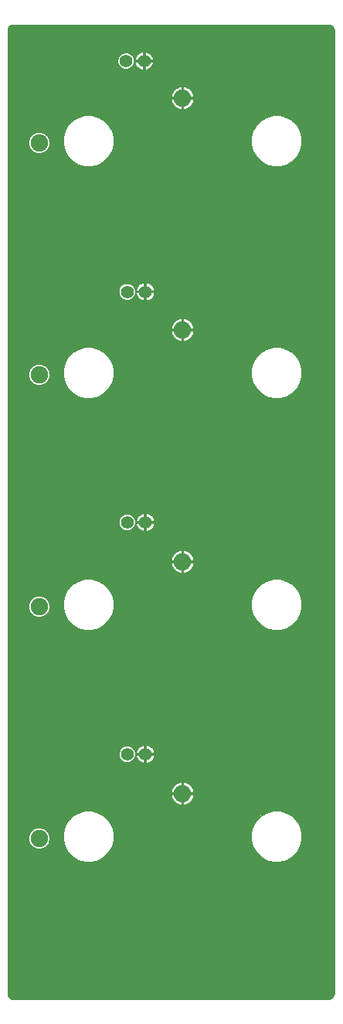
<source format=gbl>
G75*
%MOIN*%
%OFA0B0*%
%FSLAX25Y25*%
%IPPOS*%
%LPD*%
%AMOC8*
5,1,8,0,0,1.08239X$1,22.5*
%
%ADD10C,0.05543*%
%ADD11C,0.07500*%
%ADD12C,0.00600*%
%ADD13R,0.03962X0.03962*%
D10*
X0056063Y0310000D03*
X0063937Y0310000D03*
X0056063Y0110500D03*
X0063937Y0110500D03*
X0056063Y0210500D03*
X0063937Y0210500D03*
X0055563Y0409500D03*
X0063437Y0409500D03*
D11*
X0080000Y0293504D03*
X0018071Y0274213D03*
X0080000Y0093504D03*
X0018071Y0074213D03*
X0080000Y0193504D03*
X0018071Y0174213D03*
X0080000Y0393504D03*
X0018071Y0374213D03*
D12*
X0005000Y0423672D02*
X0005559Y0424441D01*
X0006328Y0425000D01*
X0143672Y0425000D01*
X0144441Y0424441D01*
X0145043Y0423612D01*
X0145360Y0422638D01*
X0145400Y0422126D01*
X0145400Y0007874D01*
X0145360Y0007362D01*
X0145043Y0006388D01*
X0144441Y0005559D01*
X0143672Y0005000D01*
X0006328Y0005000D01*
X0005559Y0005559D01*
X0005000Y0006328D01*
X0005000Y0423672D01*
X0080300Y0398554D02*
X0080300Y0393804D01*
X0079700Y0393804D01*
X0079700Y0398554D01*
X0079603Y0398554D01*
X0078817Y0398430D01*
X0078061Y0398184D01*
X0077353Y0397823D01*
X0076710Y0397356D01*
X0076148Y0396794D01*
X0075681Y0396151D01*
X0075320Y0395442D01*
X0075074Y0394686D01*
X0074950Y0393901D01*
X0074950Y0393804D01*
X0079700Y0393804D01*
X0079700Y0393204D01*
X0074950Y0393204D01*
X0074950Y0393106D01*
X0075074Y0392321D01*
X0075320Y0391565D01*
X0075681Y0390857D01*
X0076148Y0390214D01*
X0076710Y0389652D01*
X0077353Y0389185D01*
X0078061Y0388824D01*
X0078817Y0388578D01*
X0079603Y0388454D01*
X0079700Y0388454D01*
X0079700Y0393204D01*
X0080300Y0393204D01*
X0080300Y0388454D01*
X0080397Y0388454D01*
X0081183Y0388578D01*
X0081939Y0388824D01*
X0082647Y0389185D01*
X0083290Y0389652D01*
X0083852Y0390214D01*
X0084319Y0390857D01*
X0084680Y0391565D01*
X0084926Y0392321D01*
X0085050Y0393106D01*
X0085050Y0393204D01*
X0080300Y0393204D01*
X0080300Y0393804D01*
X0085050Y0393804D01*
X0085050Y0393901D01*
X0084926Y0394686D01*
X0084680Y0395442D01*
X0084319Y0396151D01*
X0083852Y0396794D01*
X0083290Y0397356D01*
X0082647Y0397823D01*
X0081939Y0398184D01*
X0081183Y0398430D01*
X0080397Y0398554D01*
X0080300Y0398554D01*
X0050540Y0373540D02*
X0050540Y0376460D01*
X0049784Y0379281D01*
X0048324Y0381810D01*
X0046259Y0383875D01*
X0043730Y0385335D01*
X0040909Y0386091D01*
X0037989Y0386091D01*
X0035168Y0385335D01*
X0032639Y0383875D01*
X0030574Y0381810D01*
X0029113Y0379281D01*
X0028357Y0376460D01*
X0028357Y0373540D01*
X0029113Y0370719D01*
X0030574Y0368190D01*
X0032639Y0366125D01*
X0035168Y0364665D01*
X0037989Y0363909D01*
X0040909Y0363909D01*
X0043730Y0364665D01*
X0046259Y0366125D01*
X0048324Y0368190D01*
X0049784Y0370719D01*
X0050540Y0373540D01*
X0131643Y0373540D02*
X0131643Y0376460D01*
X0130887Y0379281D01*
X0129426Y0381810D01*
X0127361Y0383875D01*
X0124832Y0385335D01*
X0122011Y0386091D01*
X0119091Y0386091D01*
X0116270Y0385335D01*
X0113741Y0383875D01*
X0111676Y0381810D01*
X0110216Y0379281D01*
X0109460Y0376460D01*
X0109460Y0373540D01*
X0110216Y0370719D01*
X0111676Y0368190D01*
X0113741Y0366125D01*
X0116270Y0364665D01*
X0119091Y0363909D01*
X0122011Y0363909D01*
X0124832Y0364665D01*
X0127361Y0366125D01*
X0129426Y0368190D01*
X0130887Y0370719D01*
X0131643Y0373540D01*
X0022721Y0173288D02*
X0022721Y0175138D01*
X0022013Y0176847D01*
X0020705Y0178155D01*
X0018996Y0178863D01*
X0017146Y0178863D01*
X0015437Y0178155D01*
X0014129Y0176847D01*
X0013421Y0175138D01*
X0013421Y0173288D01*
X0014129Y0171579D01*
X0015437Y0170271D01*
X0017146Y0169563D01*
X0018996Y0169563D01*
X0020705Y0170271D01*
X0022013Y0171579D01*
X0022721Y0173288D01*
X0080300Y0098554D02*
X0080300Y0093804D01*
X0079700Y0093804D01*
X0079700Y0098554D01*
X0079603Y0098554D01*
X0078817Y0098430D01*
X0078061Y0098184D01*
X0077353Y0097823D01*
X0076710Y0097356D01*
X0076148Y0096794D01*
X0075681Y0096151D01*
X0075320Y0095442D01*
X0075074Y0094686D01*
X0074950Y0093901D01*
X0074950Y0093804D01*
X0079700Y0093804D01*
X0079700Y0093204D01*
X0074950Y0093204D01*
X0074950Y0093106D01*
X0075074Y0092321D01*
X0075320Y0091565D01*
X0075681Y0090857D01*
X0076148Y0090214D01*
X0076710Y0089652D01*
X0077353Y0089185D01*
X0078061Y0088824D01*
X0078817Y0088578D01*
X0079603Y0088454D01*
X0079700Y0088454D01*
X0079700Y0093204D01*
X0080300Y0093204D01*
X0080300Y0088454D01*
X0080397Y0088454D01*
X0081183Y0088578D01*
X0081939Y0088824D01*
X0082647Y0089185D01*
X0083290Y0089652D01*
X0083852Y0090214D01*
X0084319Y0090857D01*
X0084680Y0091565D01*
X0084926Y0092321D01*
X0085050Y0093106D01*
X0085050Y0093204D01*
X0080300Y0093204D01*
X0080300Y0093804D01*
X0085050Y0093804D01*
X0085050Y0093901D01*
X0084926Y0094686D01*
X0084680Y0095442D01*
X0084319Y0096151D01*
X0083852Y0096794D01*
X0083290Y0097356D01*
X0082647Y0097823D01*
X0081939Y0098184D01*
X0081183Y0098430D01*
X0080397Y0098554D01*
X0080300Y0098554D01*
X0050540Y0073540D02*
X0050540Y0076460D01*
X0049784Y0079281D01*
X0048324Y0081810D01*
X0046259Y0083875D01*
X0043730Y0085335D01*
X0040909Y0086091D01*
X0037989Y0086091D01*
X0035168Y0085335D01*
X0032639Y0083875D01*
X0030574Y0081810D01*
X0029113Y0079281D01*
X0028357Y0076460D01*
X0028357Y0073540D01*
X0029113Y0070719D01*
X0030574Y0068190D01*
X0032639Y0066125D01*
X0035168Y0064665D01*
X0037989Y0063909D01*
X0040909Y0063909D01*
X0043730Y0064665D01*
X0046259Y0066125D01*
X0048324Y0068190D01*
X0049784Y0070719D01*
X0050540Y0073540D01*
X0131643Y0073540D02*
X0131643Y0076460D01*
X0130887Y0079281D01*
X0129426Y0081810D01*
X0127361Y0083875D01*
X0124832Y0085335D01*
X0122011Y0086091D01*
X0119091Y0086091D01*
X0116270Y0085335D01*
X0113741Y0083875D01*
X0111676Y0081810D01*
X0110216Y0079281D01*
X0109460Y0076460D01*
X0109460Y0073540D01*
X0110216Y0070719D01*
X0111676Y0068190D01*
X0113741Y0066125D01*
X0116270Y0064665D01*
X0119091Y0063909D01*
X0122011Y0063909D01*
X0124832Y0064665D01*
X0127361Y0066125D01*
X0129426Y0068190D01*
X0130887Y0070719D01*
X0131643Y0073540D01*
X0022721Y0273288D02*
X0022721Y0275138D01*
X0022013Y0276847D01*
X0020705Y0278155D01*
X0018996Y0278863D01*
X0017146Y0278863D01*
X0015437Y0278155D01*
X0014129Y0276847D01*
X0013421Y0275138D01*
X0013421Y0273288D01*
X0014129Y0271579D01*
X0015437Y0270271D01*
X0017146Y0269563D01*
X0018996Y0269563D01*
X0020705Y0270271D01*
X0022013Y0271579D01*
X0022721Y0273288D01*
X0063117Y0405428D02*
X0063137Y0405428D01*
X0063137Y0409200D01*
X0063737Y0409200D01*
X0063737Y0405428D01*
X0063757Y0405428D01*
X0064390Y0405529D01*
X0065000Y0405727D01*
X0065571Y0406018D01*
X0066090Y0406394D01*
X0066543Y0406847D01*
X0066919Y0407366D01*
X0067210Y0407937D01*
X0067408Y0408547D01*
X0067509Y0409180D01*
X0067509Y0409200D01*
X0063737Y0409200D01*
X0063737Y0409800D01*
X0067509Y0409800D01*
X0067509Y0409820D01*
X0067408Y0410453D01*
X0067210Y0411063D01*
X0066919Y0411634D01*
X0066543Y0412152D01*
X0066090Y0412606D01*
X0065571Y0412982D01*
X0065000Y0413273D01*
X0064390Y0413471D01*
X0063757Y0413572D01*
X0063737Y0413572D01*
X0063737Y0409800D01*
X0063137Y0409800D01*
X0063137Y0413572D01*
X0063117Y0413572D01*
X0062484Y0413471D01*
X0061874Y0413273D01*
X0061303Y0412982D01*
X0060784Y0412606D01*
X0060331Y0412152D01*
X0059955Y0411634D01*
X0059664Y0411063D01*
X0059466Y0410453D01*
X0059365Y0409820D01*
X0059365Y0409800D01*
X0063137Y0409800D01*
X0063137Y0409200D01*
X0059365Y0409200D01*
X0059365Y0409180D01*
X0059466Y0408547D01*
X0059664Y0407937D01*
X0059955Y0407366D01*
X0060331Y0406847D01*
X0060784Y0406394D01*
X0061303Y0406018D01*
X0061874Y0405727D01*
X0062484Y0405529D01*
X0063117Y0405428D01*
X0059235Y0408770D02*
X0059235Y0410230D01*
X0058676Y0411580D01*
X0057643Y0412613D01*
X0056293Y0413172D01*
X0054833Y0413172D01*
X0053483Y0412613D01*
X0052450Y0411580D01*
X0051891Y0410230D01*
X0051891Y0408770D01*
X0052450Y0407420D01*
X0053483Y0406387D01*
X0054833Y0405828D01*
X0056293Y0405828D01*
X0057643Y0406387D01*
X0058676Y0407420D01*
X0059235Y0408770D01*
X0063617Y0106428D02*
X0063637Y0106428D01*
X0063637Y0110200D01*
X0064237Y0110200D01*
X0064237Y0106428D01*
X0064257Y0106428D01*
X0064890Y0106529D01*
X0065500Y0106727D01*
X0066071Y0107018D01*
X0066590Y0107394D01*
X0067043Y0107847D01*
X0067419Y0108366D01*
X0067710Y0108937D01*
X0067908Y0109547D01*
X0068009Y0110180D01*
X0068009Y0110200D01*
X0064237Y0110200D01*
X0064237Y0110800D01*
X0068009Y0110800D01*
X0068009Y0110820D01*
X0067908Y0111453D01*
X0067710Y0112063D01*
X0067419Y0112634D01*
X0067043Y0113152D01*
X0066590Y0113606D01*
X0066071Y0113982D01*
X0065500Y0114273D01*
X0064890Y0114471D01*
X0064257Y0114572D01*
X0064237Y0114572D01*
X0064237Y0110800D01*
X0063637Y0110800D01*
X0063637Y0114572D01*
X0063617Y0114572D01*
X0062984Y0114471D01*
X0062374Y0114273D01*
X0061803Y0113982D01*
X0061284Y0113606D01*
X0060831Y0113152D01*
X0060455Y0112634D01*
X0060164Y0112063D01*
X0059966Y0111453D01*
X0059865Y0110820D01*
X0059865Y0110800D01*
X0063637Y0110800D01*
X0063637Y0110200D01*
X0059865Y0110200D01*
X0059865Y0110180D01*
X0059966Y0109547D01*
X0060164Y0108937D01*
X0060455Y0108366D01*
X0060831Y0107847D01*
X0061284Y0107394D01*
X0061803Y0107018D01*
X0062374Y0106727D01*
X0062984Y0106529D01*
X0063617Y0106428D01*
X0059735Y0109770D02*
X0059735Y0111230D01*
X0059176Y0112580D01*
X0058143Y0113613D01*
X0056793Y0114172D01*
X0055333Y0114172D01*
X0053983Y0113613D01*
X0052950Y0112580D01*
X0052391Y0111230D01*
X0052391Y0109770D01*
X0052950Y0108420D01*
X0053983Y0107387D01*
X0055333Y0106828D01*
X0056793Y0106828D01*
X0058143Y0107387D01*
X0059176Y0108420D01*
X0059735Y0109770D01*
X0059735Y0309270D02*
X0059735Y0310730D01*
X0059176Y0312080D01*
X0058143Y0313113D01*
X0056793Y0313672D01*
X0055333Y0313672D01*
X0053983Y0313113D01*
X0052950Y0312080D01*
X0052391Y0310730D01*
X0052391Y0309270D01*
X0052950Y0307920D01*
X0053983Y0306887D01*
X0055333Y0306328D01*
X0056793Y0306328D01*
X0058143Y0306887D01*
X0059176Y0307920D01*
X0059735Y0309270D01*
X0063617Y0305928D02*
X0063637Y0305928D01*
X0063637Y0309700D01*
X0064237Y0309700D01*
X0064237Y0305928D01*
X0064257Y0305928D01*
X0064890Y0306029D01*
X0065500Y0306227D01*
X0066071Y0306518D01*
X0066590Y0306894D01*
X0067043Y0307347D01*
X0067419Y0307866D01*
X0067710Y0308437D01*
X0067908Y0309047D01*
X0068009Y0309680D01*
X0068009Y0309700D01*
X0064237Y0309700D01*
X0064237Y0310300D01*
X0068009Y0310300D01*
X0068009Y0310320D01*
X0067908Y0310953D01*
X0067710Y0311563D01*
X0067419Y0312134D01*
X0067043Y0312652D01*
X0066590Y0313106D01*
X0066071Y0313482D01*
X0065500Y0313773D01*
X0064890Y0313971D01*
X0064257Y0314072D01*
X0064237Y0314072D01*
X0064237Y0310300D01*
X0063637Y0310300D01*
X0063637Y0314072D01*
X0063617Y0314072D01*
X0062984Y0313971D01*
X0062374Y0313773D01*
X0061803Y0313482D01*
X0061284Y0313106D01*
X0060831Y0312652D01*
X0060455Y0312134D01*
X0060164Y0311563D01*
X0059966Y0310953D01*
X0059865Y0310320D01*
X0059865Y0310300D01*
X0063637Y0310300D01*
X0063637Y0309700D01*
X0059865Y0309700D01*
X0059865Y0309680D01*
X0059966Y0309047D01*
X0060164Y0308437D01*
X0060455Y0307866D01*
X0060831Y0307347D01*
X0061284Y0306894D01*
X0061803Y0306518D01*
X0062374Y0306227D01*
X0062984Y0306029D01*
X0063617Y0305928D01*
X0059735Y0209770D02*
X0059735Y0211230D01*
X0059176Y0212580D01*
X0058143Y0213613D01*
X0056793Y0214172D01*
X0055333Y0214172D01*
X0053983Y0213613D01*
X0052950Y0212580D01*
X0052391Y0211230D01*
X0052391Y0209770D01*
X0052950Y0208420D01*
X0053983Y0207387D01*
X0055333Y0206828D01*
X0056793Y0206828D01*
X0058143Y0207387D01*
X0059176Y0208420D01*
X0059735Y0209770D01*
X0063617Y0206428D02*
X0063637Y0206428D01*
X0063637Y0210200D01*
X0064237Y0210200D01*
X0064237Y0206428D01*
X0064257Y0206428D01*
X0064890Y0206529D01*
X0065500Y0206727D01*
X0066071Y0207018D01*
X0066590Y0207394D01*
X0067043Y0207847D01*
X0067419Y0208366D01*
X0067710Y0208937D01*
X0067908Y0209547D01*
X0068009Y0210180D01*
X0068009Y0210200D01*
X0064237Y0210200D01*
X0064237Y0210800D01*
X0068009Y0210800D01*
X0068009Y0210820D01*
X0067908Y0211453D01*
X0067710Y0212063D01*
X0067419Y0212634D01*
X0067043Y0213152D01*
X0066590Y0213606D01*
X0066071Y0213982D01*
X0065500Y0214273D01*
X0064890Y0214471D01*
X0064257Y0214572D01*
X0064237Y0214572D01*
X0064237Y0210800D01*
X0063637Y0210800D01*
X0063637Y0214572D01*
X0063617Y0214572D01*
X0062984Y0214471D01*
X0062374Y0214273D01*
X0061803Y0213982D01*
X0061284Y0213606D01*
X0060831Y0213152D01*
X0060455Y0212634D01*
X0060164Y0212063D01*
X0059966Y0211453D01*
X0059865Y0210820D01*
X0059865Y0210800D01*
X0063637Y0210800D01*
X0063637Y0210200D01*
X0059865Y0210200D01*
X0059865Y0210180D01*
X0059966Y0209547D01*
X0060164Y0208937D01*
X0060455Y0208366D01*
X0060831Y0207847D01*
X0061284Y0207394D01*
X0061803Y0207018D01*
X0062374Y0206727D01*
X0062984Y0206529D01*
X0063617Y0206428D01*
X0131643Y0273540D02*
X0131643Y0276460D01*
X0130887Y0279281D01*
X0129426Y0281810D01*
X0127361Y0283875D01*
X0124832Y0285335D01*
X0122011Y0286091D01*
X0119091Y0286091D01*
X0116270Y0285335D01*
X0113741Y0283875D01*
X0111676Y0281810D01*
X0110216Y0279281D01*
X0109460Y0276460D01*
X0109460Y0273540D01*
X0110216Y0270719D01*
X0111676Y0268190D01*
X0113741Y0266125D01*
X0116270Y0264665D01*
X0119091Y0263909D01*
X0122011Y0263909D01*
X0124832Y0264665D01*
X0127361Y0266125D01*
X0129426Y0268190D01*
X0130887Y0270719D01*
X0131643Y0273540D01*
X0050540Y0273540D02*
X0050540Y0276460D01*
X0049784Y0279281D01*
X0048324Y0281810D01*
X0046259Y0283875D01*
X0043730Y0285335D01*
X0040909Y0286091D01*
X0037989Y0286091D01*
X0035168Y0285335D01*
X0032639Y0283875D01*
X0030574Y0281810D01*
X0029113Y0279281D01*
X0028357Y0276460D01*
X0028357Y0273540D01*
X0029113Y0270719D01*
X0030574Y0268190D01*
X0032639Y0266125D01*
X0035168Y0264665D01*
X0037989Y0263909D01*
X0040909Y0263909D01*
X0043730Y0264665D01*
X0046259Y0266125D01*
X0048324Y0268190D01*
X0049784Y0270719D01*
X0050540Y0273540D01*
X0080300Y0298554D02*
X0080300Y0293804D01*
X0079700Y0293804D01*
X0079700Y0298554D01*
X0079603Y0298554D01*
X0078817Y0298430D01*
X0078061Y0298184D01*
X0077353Y0297823D01*
X0076710Y0297356D01*
X0076148Y0296794D01*
X0075681Y0296151D01*
X0075320Y0295442D01*
X0075074Y0294686D01*
X0074950Y0293901D01*
X0074950Y0293804D01*
X0079700Y0293804D01*
X0079700Y0293204D01*
X0074950Y0293204D01*
X0074950Y0293106D01*
X0075074Y0292321D01*
X0075320Y0291565D01*
X0075681Y0290857D01*
X0076148Y0290214D01*
X0076710Y0289652D01*
X0077353Y0289185D01*
X0078061Y0288824D01*
X0078817Y0288578D01*
X0079603Y0288454D01*
X0079700Y0288454D01*
X0079700Y0293204D01*
X0080300Y0293204D01*
X0080300Y0288454D01*
X0080397Y0288454D01*
X0081183Y0288578D01*
X0081939Y0288824D01*
X0082647Y0289185D01*
X0083290Y0289652D01*
X0083852Y0290214D01*
X0084319Y0290857D01*
X0084680Y0291565D01*
X0084926Y0292321D01*
X0085050Y0293106D01*
X0085050Y0293204D01*
X0080300Y0293204D01*
X0080300Y0293804D01*
X0085050Y0293804D01*
X0085050Y0293901D01*
X0084926Y0294686D01*
X0084680Y0295442D01*
X0084319Y0296151D01*
X0083852Y0296794D01*
X0083290Y0297356D01*
X0082647Y0297823D01*
X0081939Y0298184D01*
X0081183Y0298430D01*
X0080397Y0298554D01*
X0080300Y0298554D01*
X0022721Y0073288D02*
X0022721Y0075138D01*
X0022013Y0076847D01*
X0020705Y0078155D01*
X0018996Y0078863D01*
X0017146Y0078863D01*
X0015437Y0078155D01*
X0014129Y0076847D01*
X0013421Y0075138D01*
X0013421Y0073288D01*
X0014129Y0071579D01*
X0015437Y0070271D01*
X0017146Y0069563D01*
X0018996Y0069563D01*
X0020705Y0070271D01*
X0022013Y0071579D01*
X0022721Y0073288D01*
X0131643Y0173540D02*
X0131643Y0176460D01*
X0130887Y0179281D01*
X0129426Y0181810D01*
X0127361Y0183875D01*
X0124832Y0185335D01*
X0122011Y0186091D01*
X0119091Y0186091D01*
X0116270Y0185335D01*
X0113741Y0183875D01*
X0111676Y0181810D01*
X0110216Y0179281D01*
X0109460Y0176460D01*
X0109460Y0173540D01*
X0110216Y0170719D01*
X0111676Y0168190D01*
X0113741Y0166125D01*
X0116270Y0164665D01*
X0119091Y0163909D01*
X0122011Y0163909D01*
X0124832Y0164665D01*
X0127361Y0166125D01*
X0129426Y0168190D01*
X0130887Y0170719D01*
X0131643Y0173540D01*
X0050540Y0173540D02*
X0050540Y0176460D01*
X0049784Y0179281D01*
X0048324Y0181810D01*
X0046259Y0183875D01*
X0043730Y0185335D01*
X0040909Y0186091D01*
X0037989Y0186091D01*
X0035168Y0185335D01*
X0032639Y0183875D01*
X0030574Y0181810D01*
X0029113Y0179281D01*
X0028357Y0176460D01*
X0028357Y0173540D01*
X0029113Y0170719D01*
X0030574Y0168190D01*
X0032639Y0166125D01*
X0035168Y0164665D01*
X0037989Y0163909D01*
X0040909Y0163909D01*
X0043730Y0164665D01*
X0046259Y0166125D01*
X0048324Y0168190D01*
X0049784Y0170719D01*
X0050540Y0173540D01*
X0080300Y0198554D02*
X0080300Y0193804D01*
X0079700Y0193804D01*
X0079700Y0198554D01*
X0079603Y0198554D01*
X0078817Y0198430D01*
X0078061Y0198184D01*
X0077353Y0197823D01*
X0076710Y0197356D01*
X0076148Y0196794D01*
X0075681Y0196151D01*
X0075320Y0195442D01*
X0075074Y0194686D01*
X0074950Y0193901D01*
X0074950Y0193804D01*
X0079700Y0193804D01*
X0079700Y0193204D01*
X0074950Y0193204D01*
X0074950Y0193106D01*
X0075074Y0192321D01*
X0075320Y0191565D01*
X0075681Y0190857D01*
X0076148Y0190214D01*
X0076710Y0189652D01*
X0077353Y0189185D01*
X0078061Y0188824D01*
X0078817Y0188578D01*
X0079603Y0188454D01*
X0079700Y0188454D01*
X0079700Y0193204D01*
X0080300Y0193204D01*
X0080300Y0188454D01*
X0080397Y0188454D01*
X0081183Y0188578D01*
X0081939Y0188824D01*
X0082647Y0189185D01*
X0083290Y0189652D01*
X0083852Y0190214D01*
X0084319Y0190857D01*
X0084680Y0191565D01*
X0084926Y0192321D01*
X0085050Y0193106D01*
X0085050Y0193204D01*
X0080300Y0193204D01*
X0080300Y0193804D01*
X0085050Y0193804D01*
X0085050Y0193901D01*
X0084926Y0194686D01*
X0084680Y0195442D01*
X0084319Y0196151D01*
X0083852Y0196794D01*
X0083290Y0197356D01*
X0082647Y0197823D01*
X0081939Y0198184D01*
X0081183Y0198430D01*
X0080397Y0198554D01*
X0080300Y0198554D01*
X0022721Y0373288D02*
X0022721Y0375138D01*
X0022013Y0376847D01*
X0020705Y0378155D01*
X0018996Y0378863D01*
X0017146Y0378863D01*
X0015437Y0378155D01*
X0014129Y0376847D01*
X0013421Y0375138D01*
X0013421Y0373288D01*
X0014129Y0371579D01*
X0015437Y0370271D01*
X0017146Y0369563D01*
X0018996Y0369563D01*
X0020705Y0370271D01*
X0022013Y0371579D01*
X0022721Y0373288D01*
X0005796Y0005387D02*
X0144204Y0005387D01*
X0144751Y0005985D02*
X0005249Y0005985D01*
X0005000Y0006584D02*
X0145107Y0006584D01*
X0145301Y0007182D02*
X0005000Y0007182D01*
X0005000Y0007781D02*
X0145393Y0007781D01*
X0145400Y0008379D02*
X0005000Y0008379D01*
X0005000Y0008978D02*
X0145400Y0008978D01*
X0145400Y0009576D02*
X0005000Y0009576D01*
X0005000Y0010175D02*
X0145400Y0010175D01*
X0145400Y0010773D02*
X0005000Y0010773D01*
X0005000Y0011372D02*
X0145400Y0011372D01*
X0145400Y0011970D02*
X0005000Y0011970D01*
X0005000Y0012569D02*
X0145400Y0012569D01*
X0145400Y0013167D02*
X0005000Y0013167D01*
X0005000Y0013766D02*
X0145400Y0013766D01*
X0145400Y0014364D02*
X0005000Y0014364D01*
X0005000Y0014963D02*
X0145400Y0014963D01*
X0145400Y0015561D02*
X0005000Y0015561D01*
X0005000Y0016160D02*
X0145400Y0016160D01*
X0145400Y0016758D02*
X0005000Y0016758D01*
X0005000Y0017357D02*
X0145400Y0017357D01*
X0145400Y0017955D02*
X0005000Y0017955D01*
X0005000Y0018554D02*
X0145400Y0018554D01*
X0145400Y0019152D02*
X0005000Y0019152D01*
X0005000Y0019751D02*
X0145400Y0019751D01*
X0145400Y0020349D02*
X0005000Y0020349D01*
X0005000Y0020948D02*
X0145400Y0020948D01*
X0145400Y0021546D02*
X0005000Y0021546D01*
X0005000Y0022145D02*
X0145400Y0022145D01*
X0145400Y0022743D02*
X0005000Y0022743D01*
X0005000Y0023342D02*
X0145400Y0023342D01*
X0145400Y0023940D02*
X0005000Y0023940D01*
X0005000Y0024539D02*
X0145400Y0024539D01*
X0145400Y0025137D02*
X0005000Y0025137D01*
X0005000Y0025736D02*
X0145400Y0025736D01*
X0145400Y0026334D02*
X0005000Y0026334D01*
X0005000Y0026933D02*
X0145400Y0026933D01*
X0145400Y0027532D02*
X0005000Y0027532D01*
X0005000Y0028130D02*
X0145400Y0028130D01*
X0145400Y0028729D02*
X0005000Y0028729D01*
X0005000Y0029327D02*
X0145400Y0029327D01*
X0145400Y0029926D02*
X0005000Y0029926D01*
X0005000Y0030524D02*
X0145400Y0030524D01*
X0145400Y0031123D02*
X0005000Y0031123D01*
X0005000Y0031721D02*
X0145400Y0031721D01*
X0145400Y0032320D02*
X0005000Y0032320D01*
X0005000Y0032918D02*
X0145400Y0032918D01*
X0145400Y0033517D02*
X0005000Y0033517D01*
X0005000Y0034115D02*
X0145400Y0034115D01*
X0145400Y0034714D02*
X0005000Y0034714D01*
X0005000Y0035312D02*
X0145400Y0035312D01*
X0145400Y0035911D02*
X0005000Y0035911D01*
X0005000Y0036509D02*
X0145400Y0036509D01*
X0145400Y0037108D02*
X0005000Y0037108D01*
X0005000Y0037706D02*
X0145400Y0037706D01*
X0145400Y0038305D02*
X0005000Y0038305D01*
X0005000Y0038903D02*
X0145400Y0038903D01*
X0145400Y0039502D02*
X0005000Y0039502D01*
X0005000Y0040100D02*
X0145400Y0040100D01*
X0145400Y0040699D02*
X0005000Y0040699D01*
X0005000Y0041297D02*
X0145400Y0041297D01*
X0145400Y0041896D02*
X0005000Y0041896D01*
X0005000Y0042494D02*
X0145400Y0042494D01*
X0145400Y0043093D02*
X0005000Y0043093D01*
X0005000Y0043691D02*
X0145400Y0043691D01*
X0145400Y0044290D02*
X0005000Y0044290D01*
X0005000Y0044888D02*
X0145400Y0044888D01*
X0145400Y0045487D02*
X0005000Y0045487D01*
X0005000Y0046085D02*
X0145400Y0046085D01*
X0145400Y0046684D02*
X0005000Y0046684D01*
X0005000Y0047282D02*
X0145400Y0047282D01*
X0145400Y0047881D02*
X0005000Y0047881D01*
X0005000Y0048479D02*
X0145400Y0048479D01*
X0145400Y0049078D02*
X0005000Y0049078D01*
X0005000Y0049676D02*
X0145400Y0049676D01*
X0145400Y0050275D02*
X0005000Y0050275D01*
X0005000Y0050873D02*
X0145400Y0050873D01*
X0145400Y0051472D02*
X0005000Y0051472D01*
X0005000Y0052070D02*
X0145400Y0052070D01*
X0145400Y0052669D02*
X0005000Y0052669D01*
X0005000Y0053268D02*
X0145400Y0053268D01*
X0145400Y0053866D02*
X0005000Y0053866D01*
X0005000Y0054465D02*
X0145400Y0054465D01*
X0145400Y0055063D02*
X0005000Y0055063D01*
X0005000Y0055662D02*
X0145400Y0055662D01*
X0145400Y0056260D02*
X0005000Y0056260D01*
X0005000Y0056859D02*
X0145400Y0056859D01*
X0145400Y0057457D02*
X0005000Y0057457D01*
X0005000Y0058056D02*
X0145400Y0058056D01*
X0145400Y0058654D02*
X0005000Y0058654D01*
X0005000Y0059253D02*
X0145400Y0059253D01*
X0145400Y0059851D02*
X0005000Y0059851D01*
X0005000Y0060450D02*
X0145400Y0060450D01*
X0145400Y0061048D02*
X0005000Y0061048D01*
X0005000Y0061647D02*
X0145400Y0061647D01*
X0145400Y0062245D02*
X0005000Y0062245D01*
X0005000Y0062844D02*
X0145400Y0062844D01*
X0145400Y0063442D02*
X0005000Y0063442D01*
X0005000Y0064041D02*
X0037496Y0064041D01*
X0041402Y0064041D02*
X0118598Y0064041D01*
X0122504Y0064041D02*
X0145400Y0064041D01*
X0035262Y0064639D02*
X0005000Y0064639D01*
X0043635Y0064639D02*
X0116364Y0064639D01*
X0124738Y0064639D02*
X0145400Y0064639D01*
X0034175Y0065238D02*
X0005000Y0065238D01*
X0044723Y0065238D02*
X0115277Y0065238D01*
X0125825Y0065238D02*
X0145400Y0065238D01*
X0033138Y0065836D02*
X0005000Y0065836D01*
X0045759Y0065836D02*
X0114241Y0065836D01*
X0126862Y0065836D02*
X0145400Y0065836D01*
X0032329Y0066435D02*
X0005000Y0066435D01*
X0046569Y0066435D02*
X0113431Y0066435D01*
X0127671Y0066435D02*
X0145400Y0066435D01*
X0031730Y0067033D02*
X0005000Y0067033D01*
X0047168Y0067033D02*
X0112832Y0067033D01*
X0128270Y0067033D02*
X0145400Y0067033D01*
X0031132Y0067632D02*
X0005000Y0067632D01*
X0047766Y0067632D02*
X0112234Y0067632D01*
X0128868Y0067632D02*
X0145400Y0067632D01*
X0030550Y0068230D02*
X0005000Y0068230D01*
X0048347Y0068230D02*
X0111652Y0068230D01*
X0129450Y0068230D02*
X0145400Y0068230D01*
X0030205Y0068829D02*
X0005000Y0068829D01*
X0048693Y0068829D02*
X0111307Y0068829D01*
X0129795Y0068829D02*
X0145400Y0068829D01*
X0029859Y0069427D02*
X0005000Y0069427D01*
X0049039Y0069427D02*
X0110961Y0069427D01*
X0130141Y0069427D02*
X0145400Y0069427D01*
X0016028Y0070026D02*
X0005000Y0070026D01*
X0020114Y0070026D02*
X0029513Y0070026D01*
X0049384Y0070026D02*
X0110616Y0070026D01*
X0130487Y0070026D02*
X0145400Y0070026D01*
X0015083Y0070624D02*
X0005000Y0070624D01*
X0021059Y0070624D02*
X0029168Y0070624D01*
X0049730Y0070624D02*
X0110270Y0070624D01*
X0130832Y0070624D02*
X0145400Y0070624D01*
X0014485Y0071223D02*
X0005000Y0071223D01*
X0021657Y0071223D02*
X0028978Y0071223D01*
X0049919Y0071223D02*
X0110081Y0071223D01*
X0131022Y0071223D02*
X0145400Y0071223D01*
X0014028Y0071821D02*
X0005000Y0071821D01*
X0022113Y0071821D02*
X0028818Y0071821D01*
X0050080Y0071821D02*
X0109920Y0071821D01*
X0131182Y0071821D02*
X0145400Y0071821D01*
X0013780Y0072420D02*
X0005000Y0072420D01*
X0022361Y0072420D02*
X0028658Y0072420D01*
X0050240Y0072420D02*
X0109760Y0072420D01*
X0131342Y0072420D02*
X0145400Y0072420D01*
X0013532Y0073018D02*
X0005000Y0073018D01*
X0022609Y0073018D02*
X0028497Y0073018D01*
X0050400Y0073018D02*
X0109600Y0073018D01*
X0131503Y0073018D02*
X0145400Y0073018D01*
X0013421Y0073617D02*
X0005000Y0073617D01*
X0022721Y0073617D02*
X0028357Y0073617D01*
X0050540Y0073617D02*
X0109460Y0073617D01*
X0131643Y0073617D02*
X0145400Y0073617D01*
X0013421Y0074215D02*
X0005000Y0074215D01*
X0022721Y0074215D02*
X0028357Y0074215D01*
X0050540Y0074215D02*
X0109460Y0074215D01*
X0131643Y0074215D02*
X0145400Y0074215D01*
X0013421Y0074814D02*
X0005000Y0074814D01*
X0022721Y0074814D02*
X0028357Y0074814D01*
X0050540Y0074814D02*
X0109460Y0074814D01*
X0131643Y0074814D02*
X0145400Y0074814D01*
X0013535Y0075412D02*
X0005000Y0075412D01*
X0022607Y0075412D02*
X0028357Y0075412D01*
X0050540Y0075412D02*
X0109460Y0075412D01*
X0131643Y0075412D02*
X0145400Y0075412D01*
X0013783Y0076011D02*
X0005000Y0076011D01*
X0022359Y0076011D02*
X0028357Y0076011D01*
X0050540Y0076011D02*
X0109460Y0076011D01*
X0131643Y0076011D02*
X0145400Y0076011D01*
X0014031Y0076609D02*
X0005000Y0076609D01*
X0022111Y0076609D02*
X0028397Y0076609D01*
X0050500Y0076609D02*
X0109500Y0076609D01*
X0131603Y0076609D02*
X0145400Y0076609D01*
X0014490Y0077208D02*
X0005000Y0077208D01*
X0021652Y0077208D02*
X0028558Y0077208D01*
X0050340Y0077208D02*
X0109660Y0077208D01*
X0131442Y0077208D02*
X0145400Y0077208D01*
X0015089Y0077806D02*
X0005000Y0077806D01*
X0021053Y0077806D02*
X0028718Y0077806D01*
X0050179Y0077806D02*
X0109821Y0077806D01*
X0131282Y0077806D02*
X0145400Y0077806D01*
X0016041Y0078405D02*
X0005000Y0078405D01*
X0020101Y0078405D02*
X0028879Y0078405D01*
X0050019Y0078405D02*
X0109981Y0078405D01*
X0131121Y0078405D02*
X0145400Y0078405D01*
X0029039Y0079003D02*
X0005000Y0079003D01*
X0049859Y0079003D02*
X0110141Y0079003D01*
X0130961Y0079003D02*
X0145400Y0079003D01*
X0029299Y0079602D02*
X0005000Y0079602D01*
X0049599Y0079602D02*
X0110401Y0079602D01*
X0130701Y0079602D02*
X0145400Y0079602D01*
X0029644Y0080201D02*
X0005000Y0080201D01*
X0049253Y0080201D02*
X0110747Y0080201D01*
X0130356Y0080201D02*
X0145400Y0080201D01*
X0029990Y0080799D02*
X0005000Y0080799D01*
X0048908Y0080799D02*
X0111092Y0080799D01*
X0130010Y0080799D02*
X0145400Y0080799D01*
X0030335Y0081398D02*
X0005000Y0081398D01*
X0048562Y0081398D02*
X0111438Y0081398D01*
X0129665Y0081398D02*
X0145400Y0081398D01*
X0030759Y0081996D02*
X0005000Y0081996D01*
X0048138Y0081996D02*
X0111862Y0081996D01*
X0129241Y0081996D02*
X0145400Y0081996D01*
X0031358Y0082595D02*
X0005000Y0082595D01*
X0047540Y0082595D02*
X0112460Y0082595D01*
X0128642Y0082595D02*
X0145400Y0082595D01*
X0031956Y0083193D02*
X0005000Y0083193D01*
X0046941Y0083193D02*
X0113059Y0083193D01*
X0128044Y0083193D02*
X0145400Y0083193D01*
X0032555Y0083792D02*
X0005000Y0083792D01*
X0046343Y0083792D02*
X0113657Y0083792D01*
X0127445Y0083792D02*
X0145400Y0083792D01*
X0033530Y0084390D02*
X0005000Y0084390D01*
X0045367Y0084390D02*
X0114633Y0084390D01*
X0126470Y0084390D02*
X0145400Y0084390D01*
X0034567Y0084989D02*
X0005000Y0084989D01*
X0044331Y0084989D02*
X0115669Y0084989D01*
X0125433Y0084989D02*
X0145400Y0084989D01*
X0036107Y0085587D02*
X0005000Y0085587D01*
X0042791Y0085587D02*
X0117209Y0085587D01*
X0123893Y0085587D02*
X0145400Y0085587D01*
X0145400Y0086186D02*
X0005000Y0086186D01*
X0005000Y0086784D02*
X0145400Y0086784D01*
X0145400Y0087383D02*
X0005000Y0087383D01*
X0005000Y0087981D02*
X0145400Y0087981D01*
X0078813Y0088580D02*
X0005000Y0088580D01*
X0079700Y0088580D02*
X0080300Y0088580D01*
X0081187Y0088580D02*
X0145400Y0088580D01*
X0077366Y0089178D02*
X0005000Y0089178D01*
X0079700Y0089178D02*
X0080300Y0089178D01*
X0082634Y0089178D02*
X0145400Y0089178D01*
X0076585Y0089777D02*
X0005000Y0089777D01*
X0079700Y0089777D02*
X0080300Y0089777D01*
X0083415Y0089777D02*
X0145400Y0089777D01*
X0076031Y0090375D02*
X0005000Y0090375D01*
X0079700Y0090375D02*
X0080300Y0090375D01*
X0083969Y0090375D02*
X0145400Y0090375D01*
X0075621Y0090974D02*
X0005000Y0090974D01*
X0079700Y0090974D02*
X0080300Y0090974D01*
X0084379Y0090974D02*
X0145400Y0090974D01*
X0075318Y0091572D02*
X0005000Y0091572D01*
X0079700Y0091572D02*
X0080300Y0091572D01*
X0084682Y0091572D02*
X0145400Y0091572D01*
X0075123Y0092171D02*
X0005000Y0092171D01*
X0079700Y0092171D02*
X0080300Y0092171D01*
X0084877Y0092171D02*
X0145400Y0092171D01*
X0075003Y0092769D02*
X0005000Y0092769D01*
X0079700Y0092769D02*
X0080300Y0092769D01*
X0084997Y0092769D02*
X0145400Y0092769D01*
X0079700Y0093368D02*
X0005000Y0093368D01*
X0080300Y0093368D02*
X0145400Y0093368D01*
X0074960Y0093966D02*
X0005000Y0093966D01*
X0079700Y0093966D02*
X0080300Y0093966D01*
X0085040Y0093966D02*
X0145400Y0093966D01*
X0075055Y0094565D02*
X0005000Y0094565D01*
X0079700Y0094565D02*
X0080300Y0094565D01*
X0084945Y0094565D02*
X0145400Y0094565D01*
X0075229Y0095163D02*
X0005000Y0095163D01*
X0079700Y0095163D02*
X0080300Y0095163D01*
X0084771Y0095163D02*
X0145400Y0095163D01*
X0075483Y0095762D02*
X0005000Y0095762D01*
X0079700Y0095762D02*
X0080300Y0095762D01*
X0084517Y0095762D02*
X0145400Y0095762D01*
X0075833Y0096360D02*
X0005000Y0096360D01*
X0079700Y0096360D02*
X0080300Y0096360D01*
X0084167Y0096360D02*
X0145400Y0096360D01*
X0076313Y0096959D02*
X0005000Y0096959D01*
X0079700Y0096959D02*
X0080300Y0096959D01*
X0083687Y0096959D02*
X0145400Y0096959D01*
X0076987Y0097557D02*
X0005000Y0097557D01*
X0079700Y0097557D02*
X0080300Y0097557D01*
X0083013Y0097557D02*
X0145400Y0097557D01*
X0078006Y0098156D02*
X0005000Y0098156D01*
X0079700Y0098156D02*
X0080300Y0098156D01*
X0081994Y0098156D02*
X0145400Y0098156D01*
X0145400Y0098754D02*
X0005000Y0098754D01*
X0005000Y0099353D02*
X0145400Y0099353D01*
X0145400Y0099951D02*
X0005000Y0099951D01*
X0005000Y0100550D02*
X0145400Y0100550D01*
X0145400Y0101148D02*
X0005000Y0101148D01*
X0005000Y0101747D02*
X0145400Y0101747D01*
X0145400Y0102345D02*
X0005000Y0102345D01*
X0005000Y0102944D02*
X0145400Y0102944D01*
X0145400Y0103542D02*
X0005000Y0103542D01*
X0005000Y0104141D02*
X0145400Y0104141D01*
X0145400Y0104739D02*
X0005000Y0104739D01*
X0005000Y0105338D02*
X0145400Y0105338D01*
X0145400Y0105937D02*
X0005000Y0105937D01*
X0005000Y0106535D02*
X0062964Y0106535D01*
X0063637Y0106535D02*
X0064237Y0106535D01*
X0064910Y0106535D02*
X0145400Y0106535D01*
X0054596Y0107134D02*
X0005000Y0107134D01*
X0057530Y0107134D02*
X0061643Y0107134D01*
X0063637Y0107134D02*
X0064237Y0107134D01*
X0066231Y0107134D02*
X0145400Y0107134D01*
X0053638Y0107732D02*
X0005000Y0107732D01*
X0058488Y0107732D02*
X0060947Y0107732D01*
X0063637Y0107732D02*
X0064237Y0107732D01*
X0066927Y0107732D02*
X0145400Y0107732D01*
X0053040Y0108331D02*
X0005000Y0108331D01*
X0059086Y0108331D02*
X0060480Y0108331D01*
X0063637Y0108331D02*
X0064237Y0108331D01*
X0067394Y0108331D02*
X0145400Y0108331D01*
X0052740Y0108929D02*
X0005000Y0108929D01*
X0059386Y0108929D02*
X0060168Y0108929D01*
X0063637Y0108929D02*
X0064237Y0108929D01*
X0067706Y0108929D02*
X0145400Y0108929D01*
X0052492Y0109528D02*
X0005000Y0109528D01*
X0059634Y0109528D02*
X0059972Y0109528D01*
X0063637Y0109528D02*
X0064237Y0109528D01*
X0067902Y0109528D02*
X0145400Y0109528D01*
X0052391Y0110126D02*
X0005000Y0110126D01*
X0059735Y0110126D02*
X0059874Y0110126D01*
X0063637Y0110126D02*
X0064237Y0110126D01*
X0068000Y0110126D02*
X0145400Y0110126D01*
X0052391Y0110725D02*
X0005000Y0110725D01*
X0059735Y0110725D02*
X0063637Y0110725D01*
X0064237Y0110725D02*
X0145400Y0110725D01*
X0052430Y0111323D02*
X0005000Y0111323D01*
X0059696Y0111323D02*
X0059945Y0111323D01*
X0063637Y0111323D02*
X0064237Y0111323D01*
X0067929Y0111323D02*
X0145400Y0111323D01*
X0052678Y0111922D02*
X0005000Y0111922D01*
X0059448Y0111922D02*
X0060118Y0111922D01*
X0063637Y0111922D02*
X0064237Y0111922D01*
X0067756Y0111922D02*
X0145400Y0111922D01*
X0052926Y0112520D02*
X0005000Y0112520D01*
X0059200Y0112520D02*
X0060397Y0112520D01*
X0063637Y0112520D02*
X0064237Y0112520D01*
X0067477Y0112520D02*
X0145400Y0112520D01*
X0053489Y0113119D02*
X0005000Y0113119D01*
X0058637Y0113119D02*
X0060807Y0113119D01*
X0063637Y0113119D02*
X0064237Y0113119D01*
X0067067Y0113119D02*
X0145400Y0113119D01*
X0054235Y0113717D02*
X0005000Y0113717D01*
X0057891Y0113717D02*
X0061438Y0113717D01*
X0063637Y0113717D02*
X0064237Y0113717D01*
X0066436Y0113717D02*
X0145400Y0113717D01*
X0062504Y0114316D02*
X0005000Y0114316D01*
X0063637Y0114316D02*
X0064237Y0114316D01*
X0065370Y0114316D02*
X0145400Y0114316D01*
X0145400Y0114914D02*
X0005000Y0114914D01*
X0005000Y0115513D02*
X0145400Y0115513D01*
X0145400Y0116111D02*
X0005000Y0116111D01*
X0005000Y0116710D02*
X0145400Y0116710D01*
X0145400Y0117308D02*
X0005000Y0117308D01*
X0005000Y0117907D02*
X0145400Y0117907D01*
X0145400Y0118505D02*
X0005000Y0118505D01*
X0005000Y0119104D02*
X0145400Y0119104D01*
X0145400Y0119702D02*
X0005000Y0119702D01*
X0005000Y0120301D02*
X0145400Y0120301D01*
X0145400Y0120899D02*
X0005000Y0120899D01*
X0005000Y0121498D02*
X0145400Y0121498D01*
X0145400Y0122096D02*
X0005000Y0122096D01*
X0005000Y0122695D02*
X0145400Y0122695D01*
X0145400Y0123293D02*
X0005000Y0123293D01*
X0005000Y0123892D02*
X0145400Y0123892D01*
X0145400Y0124490D02*
X0005000Y0124490D01*
X0005000Y0125089D02*
X0145400Y0125089D01*
X0145400Y0125687D02*
X0005000Y0125687D01*
X0005000Y0126286D02*
X0145400Y0126286D01*
X0145400Y0126884D02*
X0005000Y0126884D01*
X0005000Y0127483D02*
X0145400Y0127483D01*
X0145400Y0128081D02*
X0005000Y0128081D01*
X0005000Y0128680D02*
X0145400Y0128680D01*
X0145400Y0129278D02*
X0005000Y0129278D01*
X0005000Y0129877D02*
X0145400Y0129877D01*
X0145400Y0130475D02*
X0005000Y0130475D01*
X0005000Y0131074D02*
X0145400Y0131074D01*
X0145400Y0131672D02*
X0005000Y0131672D01*
X0005000Y0132271D02*
X0145400Y0132271D01*
X0145400Y0132870D02*
X0005000Y0132870D01*
X0005000Y0133468D02*
X0145400Y0133468D01*
X0145400Y0134067D02*
X0005000Y0134067D01*
X0005000Y0134665D02*
X0145400Y0134665D01*
X0145400Y0135264D02*
X0005000Y0135264D01*
X0005000Y0135862D02*
X0145400Y0135862D01*
X0145400Y0136461D02*
X0005000Y0136461D01*
X0005000Y0137059D02*
X0145400Y0137059D01*
X0145400Y0137658D02*
X0005000Y0137658D01*
X0005000Y0138256D02*
X0145400Y0138256D01*
X0145400Y0138855D02*
X0005000Y0138855D01*
X0005000Y0139453D02*
X0145400Y0139453D01*
X0145400Y0140052D02*
X0005000Y0140052D01*
X0005000Y0140650D02*
X0145400Y0140650D01*
X0145400Y0141249D02*
X0005000Y0141249D01*
X0005000Y0141847D02*
X0145400Y0141847D01*
X0145400Y0142446D02*
X0005000Y0142446D01*
X0005000Y0143044D02*
X0145400Y0143044D01*
X0145400Y0143643D02*
X0005000Y0143643D01*
X0005000Y0144241D02*
X0145400Y0144241D01*
X0145400Y0144840D02*
X0005000Y0144840D01*
X0005000Y0145438D02*
X0145400Y0145438D01*
X0145400Y0146037D02*
X0005000Y0146037D01*
X0005000Y0146635D02*
X0145400Y0146635D01*
X0145400Y0147234D02*
X0005000Y0147234D01*
X0005000Y0147832D02*
X0145400Y0147832D01*
X0145400Y0148431D02*
X0005000Y0148431D01*
X0005000Y0149029D02*
X0145400Y0149029D01*
X0145400Y0149628D02*
X0005000Y0149628D01*
X0005000Y0150226D02*
X0145400Y0150226D01*
X0145400Y0150825D02*
X0005000Y0150825D01*
X0005000Y0151423D02*
X0145400Y0151423D01*
X0145400Y0152022D02*
X0005000Y0152022D01*
X0005000Y0152620D02*
X0145400Y0152620D01*
X0145400Y0153219D02*
X0005000Y0153219D01*
X0005000Y0153817D02*
X0145400Y0153817D01*
X0145400Y0154416D02*
X0005000Y0154416D01*
X0005000Y0155014D02*
X0145400Y0155014D01*
X0145400Y0155613D02*
X0005000Y0155613D01*
X0005000Y0156211D02*
X0145400Y0156211D01*
X0145400Y0156810D02*
X0005000Y0156810D01*
X0005000Y0157408D02*
X0145400Y0157408D01*
X0145400Y0158007D02*
X0005000Y0158007D01*
X0005000Y0158605D02*
X0145400Y0158605D01*
X0145400Y0159204D02*
X0005000Y0159204D01*
X0005000Y0159803D02*
X0145400Y0159803D01*
X0145400Y0160401D02*
X0005000Y0160401D01*
X0005000Y0161000D02*
X0145400Y0161000D01*
X0145400Y0161598D02*
X0005000Y0161598D01*
X0005000Y0162197D02*
X0145400Y0162197D01*
X0145400Y0162795D02*
X0005000Y0162795D01*
X0005000Y0163394D02*
X0145400Y0163394D01*
X0037677Y0163992D02*
X0005000Y0163992D01*
X0041220Y0163992D02*
X0118780Y0163992D01*
X0122323Y0163992D02*
X0145400Y0163992D01*
X0035444Y0164591D02*
X0005000Y0164591D01*
X0043454Y0164591D02*
X0116546Y0164591D01*
X0124556Y0164591D02*
X0145400Y0164591D01*
X0034259Y0165189D02*
X0005000Y0165189D01*
X0044639Y0165189D02*
X0115361Y0165189D01*
X0125741Y0165189D02*
X0145400Y0165189D01*
X0033222Y0165788D02*
X0005000Y0165788D01*
X0045675Y0165788D02*
X0114325Y0165788D01*
X0126778Y0165788D02*
X0145400Y0165788D01*
X0032377Y0166386D02*
X0005000Y0166386D01*
X0046520Y0166386D02*
X0113480Y0166386D01*
X0127623Y0166386D02*
X0145400Y0166386D01*
X0031779Y0166985D02*
X0005000Y0166985D01*
X0047119Y0166985D02*
X0112881Y0166985D01*
X0128221Y0166985D02*
X0145400Y0166985D01*
X0031180Y0167583D02*
X0005000Y0167583D01*
X0047718Y0167583D02*
X0112282Y0167583D01*
X0128820Y0167583D02*
X0145400Y0167583D01*
X0030582Y0168182D02*
X0005000Y0168182D01*
X0048316Y0168182D02*
X0111684Y0168182D01*
X0129418Y0168182D02*
X0145400Y0168182D01*
X0030233Y0168780D02*
X0005000Y0168780D01*
X0048665Y0168780D02*
X0111335Y0168780D01*
X0129767Y0168780D02*
X0145400Y0168780D01*
X0029887Y0169379D02*
X0005000Y0169379D01*
X0049011Y0169379D02*
X0110989Y0169379D01*
X0130113Y0169379D02*
X0145400Y0169379D01*
X0016145Y0169977D02*
X0005000Y0169977D01*
X0019997Y0169977D02*
X0029542Y0169977D01*
X0049356Y0169977D02*
X0110644Y0169977D01*
X0130458Y0169977D02*
X0145400Y0169977D01*
X0015132Y0170576D02*
X0005000Y0170576D01*
X0021010Y0170576D02*
X0029196Y0170576D01*
X0049702Y0170576D02*
X0110298Y0170576D01*
X0130804Y0170576D02*
X0145400Y0170576D01*
X0014533Y0171174D02*
X0005000Y0171174D01*
X0021609Y0171174D02*
X0028991Y0171174D01*
X0049906Y0171174D02*
X0110094Y0171174D01*
X0131009Y0171174D02*
X0145400Y0171174D01*
X0014048Y0171773D02*
X0005000Y0171773D01*
X0022093Y0171773D02*
X0028831Y0171773D01*
X0050067Y0171773D02*
X0109933Y0171773D01*
X0131169Y0171773D02*
X0145400Y0171773D01*
X0013800Y0172371D02*
X0005000Y0172371D01*
X0022341Y0172371D02*
X0028671Y0172371D01*
X0050227Y0172371D02*
X0109773Y0172371D01*
X0131329Y0172371D02*
X0145400Y0172371D01*
X0013553Y0172970D02*
X0005000Y0172970D01*
X0022589Y0172970D02*
X0028510Y0172970D01*
X0050387Y0172970D02*
X0109613Y0172970D01*
X0131490Y0172970D02*
X0145400Y0172970D01*
X0013421Y0173568D02*
X0005000Y0173568D01*
X0022721Y0173568D02*
X0028357Y0173568D01*
X0050540Y0173568D02*
X0109460Y0173568D01*
X0131643Y0173568D02*
X0145400Y0173568D01*
X0013421Y0174167D02*
X0005000Y0174167D01*
X0022721Y0174167D02*
X0028357Y0174167D01*
X0050540Y0174167D02*
X0109460Y0174167D01*
X0131643Y0174167D02*
X0145400Y0174167D01*
X0013421Y0174765D02*
X0005000Y0174765D01*
X0022721Y0174765D02*
X0028357Y0174765D01*
X0050540Y0174765D02*
X0109460Y0174765D01*
X0131643Y0174765D02*
X0145400Y0174765D01*
X0013515Y0175364D02*
X0005000Y0175364D01*
X0022627Y0175364D02*
X0028357Y0175364D01*
X0050540Y0175364D02*
X0109460Y0175364D01*
X0131643Y0175364D02*
X0145400Y0175364D01*
X0013763Y0175962D02*
X0005000Y0175962D01*
X0022379Y0175962D02*
X0028357Y0175962D01*
X0050540Y0175962D02*
X0109460Y0175962D01*
X0131643Y0175962D02*
X0145400Y0175962D01*
X0014010Y0176561D02*
X0005000Y0176561D01*
X0022131Y0176561D02*
X0028384Y0176561D01*
X0050513Y0176561D02*
X0109487Y0176561D01*
X0131616Y0176561D02*
X0145400Y0176561D01*
X0014442Y0177159D02*
X0005000Y0177159D01*
X0021700Y0177159D02*
X0028545Y0177159D01*
X0050353Y0177159D02*
X0109647Y0177159D01*
X0131455Y0177159D02*
X0145400Y0177159D01*
X0015040Y0177758D02*
X0005000Y0177758D01*
X0021102Y0177758D02*
X0028705Y0177758D01*
X0050192Y0177758D02*
X0109808Y0177758D01*
X0131295Y0177758D02*
X0145400Y0177758D01*
X0015924Y0178356D02*
X0005000Y0178356D01*
X0020218Y0178356D02*
X0028866Y0178356D01*
X0050032Y0178356D02*
X0109968Y0178356D01*
X0131134Y0178356D02*
X0145400Y0178356D01*
X0029026Y0178955D02*
X0005000Y0178955D01*
X0049872Y0178955D02*
X0110128Y0178955D01*
X0130974Y0178955D02*
X0145400Y0178955D01*
X0029271Y0179553D02*
X0005000Y0179553D01*
X0049627Y0179553D02*
X0110373Y0179553D01*
X0130729Y0179553D02*
X0145400Y0179553D01*
X0029616Y0180152D02*
X0005000Y0180152D01*
X0049282Y0180152D02*
X0110718Y0180152D01*
X0130384Y0180152D02*
X0145400Y0180152D01*
X0029962Y0180750D02*
X0005000Y0180750D01*
X0048936Y0180750D02*
X0111064Y0180750D01*
X0130038Y0180750D02*
X0145400Y0180750D01*
X0030307Y0181349D02*
X0005000Y0181349D01*
X0048590Y0181349D02*
X0111410Y0181349D01*
X0129693Y0181349D02*
X0145400Y0181349D01*
X0030711Y0181947D02*
X0005000Y0181947D01*
X0048187Y0181947D02*
X0111813Y0181947D01*
X0129289Y0181947D02*
X0145400Y0181947D01*
X0031309Y0182546D02*
X0005000Y0182546D01*
X0047588Y0182546D02*
X0112412Y0182546D01*
X0128691Y0182546D02*
X0145400Y0182546D01*
X0031908Y0183144D02*
X0005000Y0183144D01*
X0046990Y0183144D02*
X0113010Y0183144D01*
X0128092Y0183144D02*
X0145400Y0183144D01*
X0032506Y0183743D02*
X0005000Y0183743D01*
X0046391Y0183743D02*
X0113609Y0183743D01*
X0127494Y0183743D02*
X0145400Y0183743D01*
X0033446Y0184341D02*
X0005000Y0184341D01*
X0045452Y0184341D02*
X0114548Y0184341D01*
X0126554Y0184341D02*
X0145400Y0184341D01*
X0034483Y0184940D02*
X0005000Y0184940D01*
X0044415Y0184940D02*
X0115585Y0184940D01*
X0125517Y0184940D02*
X0145400Y0184940D01*
X0035925Y0185539D02*
X0005000Y0185539D01*
X0042972Y0185539D02*
X0117028Y0185539D01*
X0124075Y0185539D02*
X0145400Y0185539D01*
X0145400Y0186137D02*
X0005000Y0186137D01*
X0005000Y0186736D02*
X0145400Y0186736D01*
X0145400Y0187334D02*
X0005000Y0187334D01*
X0005000Y0187933D02*
X0145400Y0187933D01*
X0079116Y0188531D02*
X0005000Y0188531D01*
X0079700Y0188531D02*
X0080300Y0188531D01*
X0080884Y0188531D02*
X0145400Y0188531D01*
X0077462Y0189130D02*
X0005000Y0189130D01*
X0079700Y0189130D02*
X0080300Y0189130D01*
X0082538Y0189130D02*
X0145400Y0189130D01*
X0076634Y0189728D02*
X0005000Y0189728D01*
X0079700Y0189728D02*
X0080300Y0189728D01*
X0083366Y0189728D02*
X0145400Y0189728D01*
X0076066Y0190327D02*
X0005000Y0190327D01*
X0079700Y0190327D02*
X0080300Y0190327D01*
X0083934Y0190327D02*
X0145400Y0190327D01*
X0075646Y0190925D02*
X0005000Y0190925D01*
X0079700Y0190925D02*
X0080300Y0190925D01*
X0084354Y0190925D02*
X0145400Y0190925D01*
X0075341Y0191524D02*
X0005000Y0191524D01*
X0079700Y0191524D02*
X0080300Y0191524D01*
X0084659Y0191524D02*
X0145400Y0191524D01*
X0075139Y0192122D02*
X0005000Y0192122D01*
X0079700Y0192122D02*
X0080300Y0192122D01*
X0084861Y0192122D02*
X0145400Y0192122D01*
X0075011Y0192721D02*
X0005000Y0192721D01*
X0079700Y0192721D02*
X0080300Y0192721D01*
X0084989Y0192721D02*
X0145400Y0192721D01*
X0079700Y0193319D02*
X0005000Y0193319D01*
X0080300Y0193319D02*
X0145400Y0193319D01*
X0074953Y0193918D02*
X0005000Y0193918D01*
X0079700Y0193918D02*
X0080300Y0193918D01*
X0085047Y0193918D02*
X0145400Y0193918D01*
X0075047Y0194516D02*
X0005000Y0194516D01*
X0079700Y0194516D02*
X0080300Y0194516D01*
X0084953Y0194516D02*
X0145400Y0194516D01*
X0075213Y0195115D02*
X0005000Y0195115D01*
X0079700Y0195115D02*
X0080300Y0195115D01*
X0084787Y0195115D02*
X0145400Y0195115D01*
X0075458Y0195713D02*
X0005000Y0195713D01*
X0079700Y0195713D02*
X0080300Y0195713D01*
X0084542Y0195713D02*
X0145400Y0195713D01*
X0075798Y0196312D02*
X0005000Y0196312D01*
X0079700Y0196312D02*
X0080300Y0196312D01*
X0084202Y0196312D02*
X0145400Y0196312D01*
X0076265Y0196910D02*
X0005000Y0196910D01*
X0079700Y0196910D02*
X0080300Y0196910D01*
X0083735Y0196910D02*
X0145400Y0196910D01*
X0076921Y0197509D02*
X0005000Y0197509D01*
X0079700Y0197509D02*
X0080300Y0197509D01*
X0083079Y0197509D02*
X0145400Y0197509D01*
X0077911Y0198107D02*
X0005000Y0198107D01*
X0079700Y0198107D02*
X0080300Y0198107D01*
X0082089Y0198107D02*
X0145400Y0198107D01*
X0145400Y0198706D02*
X0005000Y0198706D01*
X0005000Y0199304D02*
X0145400Y0199304D01*
X0145400Y0199903D02*
X0005000Y0199903D01*
X0005000Y0200501D02*
X0145400Y0200501D01*
X0145400Y0201100D02*
X0005000Y0201100D01*
X0005000Y0201698D02*
X0145400Y0201698D01*
X0145400Y0202297D02*
X0005000Y0202297D01*
X0005000Y0202895D02*
X0145400Y0202895D01*
X0145400Y0203494D02*
X0005000Y0203494D01*
X0005000Y0204092D02*
X0145400Y0204092D01*
X0145400Y0204691D02*
X0005000Y0204691D01*
X0005000Y0205289D02*
X0145400Y0205289D01*
X0145400Y0205888D02*
X0005000Y0205888D01*
X0005000Y0206486D02*
X0063250Y0206486D01*
X0063637Y0206486D02*
X0064237Y0206486D01*
X0064624Y0206486D02*
X0145400Y0206486D01*
X0054713Y0207085D02*
X0005000Y0207085D01*
X0057413Y0207085D02*
X0061710Y0207085D01*
X0063637Y0207085D02*
X0064237Y0207085D01*
X0066164Y0207085D02*
X0145400Y0207085D01*
X0053687Y0207683D02*
X0005000Y0207683D01*
X0058439Y0207683D02*
X0060995Y0207683D01*
X0063637Y0207683D02*
X0064237Y0207683D01*
X0066879Y0207683D02*
X0145400Y0207683D01*
X0053089Y0208282D02*
X0005000Y0208282D01*
X0059037Y0208282D02*
X0060516Y0208282D01*
X0063637Y0208282D02*
X0064237Y0208282D01*
X0067358Y0208282D02*
X0145400Y0208282D01*
X0052760Y0208880D02*
X0005000Y0208880D01*
X0059366Y0208880D02*
X0060192Y0208880D01*
X0063637Y0208880D02*
X0064237Y0208880D01*
X0067682Y0208880D02*
X0145400Y0208880D01*
X0052512Y0209479D02*
X0005000Y0209479D01*
X0059614Y0209479D02*
X0059988Y0209479D01*
X0063637Y0209479D02*
X0064237Y0209479D01*
X0067886Y0209479D02*
X0145400Y0209479D01*
X0052391Y0210077D02*
X0005000Y0210077D01*
X0059735Y0210077D02*
X0059882Y0210077D01*
X0063637Y0210077D02*
X0064237Y0210077D01*
X0067992Y0210077D02*
X0145400Y0210077D01*
X0052391Y0210676D02*
X0005000Y0210676D01*
X0059735Y0210676D02*
X0063637Y0210676D01*
X0064237Y0210676D02*
X0145400Y0210676D01*
X0052410Y0211274D02*
X0005000Y0211274D01*
X0059716Y0211274D02*
X0059937Y0211274D01*
X0063637Y0211274D02*
X0064237Y0211274D01*
X0067937Y0211274D02*
X0145400Y0211274D01*
X0052658Y0211873D02*
X0005000Y0211873D01*
X0059468Y0211873D02*
X0060102Y0211873D01*
X0063637Y0211873D02*
X0064237Y0211873D01*
X0067772Y0211873D02*
X0145400Y0211873D01*
X0052905Y0212472D02*
X0005000Y0212472D01*
X0059221Y0212472D02*
X0060372Y0212472D01*
X0063637Y0212472D02*
X0064237Y0212472D01*
X0067502Y0212472D02*
X0145400Y0212472D01*
X0053441Y0213070D02*
X0005000Y0213070D01*
X0058685Y0213070D02*
X0060771Y0213070D01*
X0063637Y0213070D02*
X0064237Y0213070D01*
X0067103Y0213070D02*
X0145400Y0213070D01*
X0054118Y0213669D02*
X0005000Y0213669D01*
X0058008Y0213669D02*
X0061371Y0213669D01*
X0063637Y0213669D02*
X0064237Y0213669D01*
X0066503Y0213669D02*
X0145400Y0213669D01*
X0062362Y0214267D02*
X0005000Y0214267D01*
X0063637Y0214267D02*
X0064237Y0214267D01*
X0065512Y0214267D02*
X0145400Y0214267D01*
X0145400Y0214866D02*
X0005000Y0214866D01*
X0005000Y0215464D02*
X0145400Y0215464D01*
X0145400Y0216063D02*
X0005000Y0216063D01*
X0005000Y0216661D02*
X0145400Y0216661D01*
X0145400Y0217260D02*
X0005000Y0217260D01*
X0005000Y0217858D02*
X0145400Y0217858D01*
X0145400Y0218457D02*
X0005000Y0218457D01*
X0005000Y0219055D02*
X0145400Y0219055D01*
X0145400Y0219654D02*
X0005000Y0219654D01*
X0005000Y0220252D02*
X0145400Y0220252D01*
X0145400Y0220851D02*
X0005000Y0220851D01*
X0005000Y0221449D02*
X0145400Y0221449D01*
X0145400Y0222048D02*
X0005000Y0222048D01*
X0005000Y0222646D02*
X0145400Y0222646D01*
X0145400Y0223245D02*
X0005000Y0223245D01*
X0005000Y0223843D02*
X0145400Y0223843D01*
X0145400Y0224442D02*
X0005000Y0224442D01*
X0005000Y0225040D02*
X0145400Y0225040D01*
X0145400Y0225639D02*
X0005000Y0225639D01*
X0005000Y0226237D02*
X0145400Y0226237D01*
X0145400Y0226836D02*
X0005000Y0226836D01*
X0005000Y0227434D02*
X0145400Y0227434D01*
X0145400Y0228033D02*
X0005000Y0228033D01*
X0005000Y0228631D02*
X0145400Y0228631D01*
X0145400Y0229230D02*
X0005000Y0229230D01*
X0005000Y0229828D02*
X0145400Y0229828D01*
X0145400Y0230427D02*
X0005000Y0230427D01*
X0005000Y0231025D02*
X0145400Y0231025D01*
X0145400Y0231624D02*
X0005000Y0231624D01*
X0005000Y0232222D02*
X0145400Y0232222D01*
X0145400Y0232821D02*
X0005000Y0232821D01*
X0005000Y0233419D02*
X0145400Y0233419D01*
X0145400Y0234018D02*
X0005000Y0234018D01*
X0005000Y0234616D02*
X0145400Y0234616D01*
X0145400Y0235215D02*
X0005000Y0235215D01*
X0005000Y0235813D02*
X0145400Y0235813D01*
X0145400Y0236412D02*
X0005000Y0236412D01*
X0005000Y0237010D02*
X0145400Y0237010D01*
X0145400Y0237609D02*
X0005000Y0237609D01*
X0005000Y0238208D02*
X0145400Y0238208D01*
X0145400Y0238806D02*
X0005000Y0238806D01*
X0005000Y0239405D02*
X0145400Y0239405D01*
X0145400Y0240003D02*
X0005000Y0240003D01*
X0005000Y0240602D02*
X0145400Y0240602D01*
X0145400Y0241200D02*
X0005000Y0241200D01*
X0005000Y0241799D02*
X0145400Y0241799D01*
X0145400Y0242397D02*
X0005000Y0242397D01*
X0005000Y0242996D02*
X0145400Y0242996D01*
X0145400Y0243594D02*
X0005000Y0243594D01*
X0005000Y0244193D02*
X0145400Y0244193D01*
X0145400Y0244791D02*
X0005000Y0244791D01*
X0005000Y0245390D02*
X0145400Y0245390D01*
X0145400Y0245988D02*
X0005000Y0245988D01*
X0005000Y0246587D02*
X0145400Y0246587D01*
X0145400Y0247185D02*
X0005000Y0247185D01*
X0005000Y0247784D02*
X0145400Y0247784D01*
X0145400Y0248382D02*
X0005000Y0248382D01*
X0005000Y0248981D02*
X0145400Y0248981D01*
X0145400Y0249579D02*
X0005000Y0249579D01*
X0005000Y0250178D02*
X0145400Y0250178D01*
X0145400Y0250776D02*
X0005000Y0250776D01*
X0005000Y0251375D02*
X0145400Y0251375D01*
X0145400Y0251973D02*
X0005000Y0251973D01*
X0005000Y0252572D02*
X0145400Y0252572D01*
X0145400Y0253170D02*
X0005000Y0253170D01*
X0005000Y0253769D02*
X0145400Y0253769D01*
X0145400Y0254367D02*
X0005000Y0254367D01*
X0005000Y0254966D02*
X0145400Y0254966D01*
X0145400Y0255564D02*
X0005000Y0255564D01*
X0005000Y0256163D02*
X0145400Y0256163D01*
X0145400Y0256761D02*
X0005000Y0256761D01*
X0005000Y0257360D02*
X0145400Y0257360D01*
X0145400Y0257958D02*
X0005000Y0257958D01*
X0005000Y0258557D02*
X0145400Y0258557D01*
X0145400Y0259155D02*
X0005000Y0259155D01*
X0005000Y0259754D02*
X0145400Y0259754D01*
X0145400Y0260352D02*
X0005000Y0260352D01*
X0005000Y0260951D02*
X0145400Y0260951D01*
X0145400Y0261549D02*
X0005000Y0261549D01*
X0005000Y0262148D02*
X0145400Y0262148D01*
X0145400Y0262746D02*
X0005000Y0262746D01*
X0005000Y0263345D02*
X0145400Y0263345D01*
X0037859Y0263943D02*
X0005000Y0263943D01*
X0041039Y0263943D02*
X0118961Y0263943D01*
X0122141Y0263943D02*
X0145400Y0263943D01*
X0035625Y0264542D02*
X0005000Y0264542D01*
X0043273Y0264542D02*
X0116727Y0264542D01*
X0124375Y0264542D02*
X0145400Y0264542D01*
X0034343Y0265141D02*
X0005000Y0265141D01*
X0044554Y0265141D02*
X0115446Y0265141D01*
X0125657Y0265141D02*
X0145400Y0265141D01*
X0033307Y0265739D02*
X0005000Y0265739D01*
X0045591Y0265739D02*
X0114409Y0265739D01*
X0126693Y0265739D02*
X0145400Y0265739D01*
X0032426Y0266338D02*
X0005000Y0266338D01*
X0046472Y0266338D02*
X0113528Y0266338D01*
X0127574Y0266338D02*
X0145400Y0266338D01*
X0031827Y0266936D02*
X0005000Y0266936D01*
X0047070Y0266936D02*
X0112930Y0266936D01*
X0128173Y0266936D02*
X0145400Y0266936D01*
X0031229Y0267535D02*
X0005000Y0267535D01*
X0047669Y0267535D02*
X0112331Y0267535D01*
X0128771Y0267535D02*
X0145400Y0267535D01*
X0030630Y0268133D02*
X0005000Y0268133D01*
X0048267Y0268133D02*
X0111733Y0268133D01*
X0129370Y0268133D02*
X0145400Y0268133D01*
X0030261Y0268732D02*
X0005000Y0268732D01*
X0048637Y0268732D02*
X0111363Y0268732D01*
X0129739Y0268732D02*
X0145400Y0268732D01*
X0029915Y0269330D02*
X0005000Y0269330D01*
X0048982Y0269330D02*
X0111018Y0269330D01*
X0130085Y0269330D02*
X0145400Y0269330D01*
X0016262Y0269929D02*
X0005000Y0269929D01*
X0019879Y0269929D02*
X0029570Y0269929D01*
X0049328Y0269929D02*
X0110672Y0269929D01*
X0130430Y0269929D02*
X0145400Y0269929D01*
X0015180Y0270527D02*
X0005000Y0270527D01*
X0020961Y0270527D02*
X0029224Y0270527D01*
X0049674Y0270527D02*
X0110326Y0270527D01*
X0130776Y0270527D02*
X0145400Y0270527D01*
X0014582Y0271126D02*
X0005000Y0271126D01*
X0021560Y0271126D02*
X0029004Y0271126D01*
X0049893Y0271126D02*
X0110107Y0271126D01*
X0130996Y0271126D02*
X0145400Y0271126D01*
X0014068Y0271724D02*
X0005000Y0271724D01*
X0022073Y0271724D02*
X0028844Y0271724D01*
X0050054Y0271724D02*
X0109946Y0271724D01*
X0131156Y0271724D02*
X0145400Y0271724D01*
X0013821Y0272323D02*
X0005000Y0272323D01*
X0022321Y0272323D02*
X0028684Y0272323D01*
X0050214Y0272323D02*
X0109786Y0272323D01*
X0131316Y0272323D02*
X0145400Y0272323D01*
X0013573Y0272921D02*
X0005000Y0272921D01*
X0022569Y0272921D02*
X0028523Y0272921D01*
X0050374Y0272921D02*
X0109626Y0272921D01*
X0131477Y0272921D02*
X0145400Y0272921D01*
X0013421Y0273520D02*
X0005000Y0273520D01*
X0022721Y0273520D02*
X0028363Y0273520D01*
X0050535Y0273520D02*
X0109465Y0273520D01*
X0131637Y0273520D02*
X0145400Y0273520D01*
X0013421Y0274118D02*
X0005000Y0274118D01*
X0022721Y0274118D02*
X0028357Y0274118D01*
X0050540Y0274118D02*
X0109460Y0274118D01*
X0131643Y0274118D02*
X0145400Y0274118D01*
X0013421Y0274717D02*
X0005000Y0274717D01*
X0022721Y0274717D02*
X0028357Y0274717D01*
X0050540Y0274717D02*
X0109460Y0274717D01*
X0131643Y0274717D02*
X0145400Y0274717D01*
X0013494Y0275315D02*
X0005000Y0275315D01*
X0022647Y0275315D02*
X0028357Y0275315D01*
X0050540Y0275315D02*
X0109460Y0275315D01*
X0131643Y0275315D02*
X0145400Y0275315D01*
X0013742Y0275914D02*
X0005000Y0275914D01*
X0022399Y0275914D02*
X0028357Y0275914D01*
X0050540Y0275914D02*
X0109460Y0275914D01*
X0131643Y0275914D02*
X0145400Y0275914D01*
X0013990Y0276512D02*
X0005000Y0276512D01*
X0022151Y0276512D02*
X0028371Y0276512D01*
X0050526Y0276512D02*
X0109474Y0276512D01*
X0131629Y0276512D02*
X0145400Y0276512D01*
X0014393Y0277111D02*
X0005000Y0277111D01*
X0021749Y0277111D02*
X0028532Y0277111D01*
X0050366Y0277111D02*
X0109634Y0277111D01*
X0131468Y0277111D02*
X0145400Y0277111D01*
X0014991Y0277709D02*
X0005000Y0277709D01*
X0021150Y0277709D02*
X0028692Y0277709D01*
X0050205Y0277709D02*
X0109795Y0277709D01*
X0131308Y0277709D02*
X0145400Y0277709D01*
X0015806Y0278308D02*
X0005000Y0278308D01*
X0020335Y0278308D02*
X0028853Y0278308D01*
X0050045Y0278308D02*
X0109955Y0278308D01*
X0131147Y0278308D02*
X0145400Y0278308D01*
X0029013Y0278906D02*
X0005000Y0278906D01*
X0049885Y0278906D02*
X0110115Y0278906D01*
X0130987Y0278906D02*
X0145400Y0278906D01*
X0029242Y0279505D02*
X0005000Y0279505D01*
X0049655Y0279505D02*
X0110345Y0279505D01*
X0130758Y0279505D02*
X0145400Y0279505D01*
X0029588Y0280103D02*
X0005000Y0280103D01*
X0049310Y0280103D02*
X0110690Y0280103D01*
X0130412Y0280103D02*
X0145400Y0280103D01*
X0029934Y0280702D02*
X0005000Y0280702D01*
X0048964Y0280702D02*
X0111036Y0280702D01*
X0130066Y0280702D02*
X0145400Y0280702D01*
X0030279Y0281300D02*
X0005000Y0281300D01*
X0048618Y0281300D02*
X0111382Y0281300D01*
X0129721Y0281300D02*
X0145400Y0281300D01*
X0030662Y0281899D02*
X0005000Y0281899D01*
X0048235Y0281899D02*
X0111764Y0281899D01*
X0129338Y0281899D02*
X0145400Y0281899D01*
X0031261Y0282497D02*
X0005000Y0282497D01*
X0047637Y0282497D02*
X0112363Y0282497D01*
X0128739Y0282497D02*
X0145400Y0282497D01*
X0031859Y0283096D02*
X0005000Y0283096D01*
X0047038Y0283096D02*
X0112962Y0283096D01*
X0128141Y0283096D02*
X0145400Y0283096D01*
X0032458Y0283694D02*
X0005000Y0283694D01*
X0046440Y0283694D02*
X0113560Y0283694D01*
X0127542Y0283694D02*
X0145400Y0283694D01*
X0033362Y0284293D02*
X0005000Y0284293D01*
X0045536Y0284293D02*
X0114464Y0284293D01*
X0126638Y0284293D02*
X0145400Y0284293D01*
X0034399Y0284891D02*
X0005000Y0284891D01*
X0044499Y0284891D02*
X0115501Y0284891D01*
X0125601Y0284891D02*
X0145400Y0284891D01*
X0035744Y0285490D02*
X0005000Y0285490D01*
X0043154Y0285490D02*
X0116846Y0285490D01*
X0124256Y0285490D02*
X0145400Y0285490D01*
X0037978Y0286088D02*
X0005000Y0286088D01*
X0040920Y0286088D02*
X0119080Y0286088D01*
X0122022Y0286088D02*
X0145400Y0286088D01*
X0145400Y0286687D02*
X0005000Y0286687D01*
X0005000Y0287285D02*
X0145400Y0287285D01*
X0145400Y0287884D02*
X0005000Y0287884D01*
X0005000Y0288482D02*
X0079422Y0288482D01*
X0079700Y0288482D02*
X0080300Y0288482D01*
X0080577Y0288482D02*
X0145400Y0288482D01*
X0077557Y0289081D02*
X0005000Y0289081D01*
X0079700Y0289081D02*
X0080300Y0289081D01*
X0082443Y0289081D02*
X0145400Y0289081D01*
X0076683Y0289679D02*
X0005000Y0289679D01*
X0079700Y0289679D02*
X0080300Y0289679D01*
X0083317Y0289679D02*
X0145400Y0289679D01*
X0076102Y0290278D02*
X0005000Y0290278D01*
X0079700Y0290278D02*
X0080300Y0290278D01*
X0083898Y0290278D02*
X0145400Y0290278D01*
X0075671Y0290877D02*
X0005000Y0290877D01*
X0079700Y0290877D02*
X0080300Y0290877D01*
X0084329Y0290877D02*
X0145400Y0290877D01*
X0075366Y0291475D02*
X0005000Y0291475D01*
X0079700Y0291475D02*
X0080300Y0291475D01*
X0084634Y0291475D02*
X0145400Y0291475D01*
X0075155Y0292074D02*
X0005000Y0292074D01*
X0079700Y0292074D02*
X0080300Y0292074D01*
X0084845Y0292074D02*
X0145400Y0292074D01*
X0075019Y0292672D02*
X0005000Y0292672D01*
X0079700Y0292672D02*
X0080300Y0292672D01*
X0084981Y0292672D02*
X0145400Y0292672D01*
X0079700Y0293271D02*
X0005000Y0293271D01*
X0080300Y0293271D02*
X0145400Y0293271D01*
X0074950Y0293869D02*
X0005000Y0293869D01*
X0079700Y0293869D02*
X0080300Y0293869D01*
X0085050Y0293869D02*
X0145400Y0293869D01*
X0075040Y0294468D02*
X0005000Y0294468D01*
X0079700Y0294468D02*
X0080300Y0294468D01*
X0084960Y0294468D02*
X0145400Y0294468D01*
X0075198Y0295066D02*
X0005000Y0295066D01*
X0079700Y0295066D02*
X0080300Y0295066D01*
X0084802Y0295066D02*
X0145400Y0295066D01*
X0075433Y0295665D02*
X0005000Y0295665D01*
X0079700Y0295665D02*
X0080300Y0295665D01*
X0084567Y0295665D02*
X0145400Y0295665D01*
X0075763Y0296263D02*
X0005000Y0296263D01*
X0079700Y0296263D02*
X0080300Y0296263D01*
X0084237Y0296263D02*
X0145400Y0296263D01*
X0076216Y0296862D02*
X0005000Y0296862D01*
X0079700Y0296862D02*
X0080300Y0296862D01*
X0083784Y0296862D02*
X0145400Y0296862D01*
X0076854Y0297460D02*
X0005000Y0297460D01*
X0079700Y0297460D02*
X0080300Y0297460D01*
X0083146Y0297460D02*
X0145400Y0297460D01*
X0077816Y0298059D02*
X0005000Y0298059D01*
X0079700Y0298059D02*
X0080300Y0298059D01*
X0082184Y0298059D02*
X0145400Y0298059D01*
X0145400Y0298657D02*
X0005000Y0298657D01*
X0005000Y0299256D02*
X0145400Y0299256D01*
X0145400Y0299854D02*
X0005000Y0299854D01*
X0005000Y0300453D02*
X0145400Y0300453D01*
X0145400Y0301051D02*
X0005000Y0301051D01*
X0005000Y0301650D02*
X0145400Y0301650D01*
X0145400Y0302248D02*
X0005000Y0302248D01*
X0005000Y0302847D02*
X0145400Y0302847D01*
X0145400Y0303445D02*
X0005000Y0303445D01*
X0005000Y0304044D02*
X0145400Y0304044D01*
X0145400Y0304642D02*
X0005000Y0304642D01*
X0005000Y0305241D02*
X0145400Y0305241D01*
X0145400Y0305839D02*
X0005000Y0305839D01*
X0005000Y0306438D02*
X0055068Y0306438D01*
X0057058Y0306438D02*
X0061960Y0306438D01*
X0063637Y0306438D02*
X0064237Y0306438D01*
X0065914Y0306438D02*
X0145400Y0306438D01*
X0053834Y0307036D02*
X0005000Y0307036D01*
X0058292Y0307036D02*
X0061143Y0307036D01*
X0063637Y0307036D02*
X0064237Y0307036D01*
X0066731Y0307036D02*
X0145400Y0307036D01*
X0053236Y0307635D02*
X0005000Y0307635D01*
X0058890Y0307635D02*
X0060623Y0307635D01*
X0063637Y0307635D02*
X0064237Y0307635D01*
X0067251Y0307635D02*
X0145400Y0307635D01*
X0052821Y0308233D02*
X0005000Y0308233D01*
X0059305Y0308233D02*
X0060267Y0308233D01*
X0063637Y0308233D02*
X0064237Y0308233D01*
X0067607Y0308233D02*
X0145400Y0308233D01*
X0052573Y0308832D02*
X0005000Y0308832D01*
X0059553Y0308832D02*
X0060035Y0308832D01*
X0063637Y0308832D02*
X0064237Y0308832D01*
X0067839Y0308832D02*
X0145400Y0308832D01*
X0052391Y0309430D02*
X0005000Y0309430D01*
X0059735Y0309430D02*
X0059905Y0309430D01*
X0063637Y0309430D02*
X0064237Y0309430D01*
X0067969Y0309430D02*
X0145400Y0309430D01*
X0052391Y0310029D02*
X0005000Y0310029D01*
X0059735Y0310029D02*
X0063637Y0310029D01*
X0064237Y0310029D02*
X0145400Y0310029D01*
X0052391Y0310627D02*
X0005000Y0310627D01*
X0059735Y0310627D02*
X0059914Y0310627D01*
X0063637Y0310627D02*
X0064237Y0310627D01*
X0067960Y0310627D02*
X0145400Y0310627D01*
X0052597Y0311226D02*
X0005000Y0311226D01*
X0059529Y0311226D02*
X0060054Y0311226D01*
X0063637Y0311226D02*
X0064237Y0311226D01*
X0067820Y0311226D02*
X0145400Y0311226D01*
X0052845Y0311824D02*
X0005000Y0311824D01*
X0059281Y0311824D02*
X0060297Y0311824D01*
X0063637Y0311824D02*
X0064237Y0311824D01*
X0067577Y0311824D02*
X0145400Y0311824D01*
X0053293Y0312423D02*
X0005000Y0312423D01*
X0058833Y0312423D02*
X0060665Y0312423D01*
X0063637Y0312423D02*
X0064237Y0312423D01*
X0067209Y0312423D02*
X0145400Y0312423D01*
X0053892Y0313021D02*
X0005000Y0313021D01*
X0058234Y0313021D02*
X0061200Y0313021D01*
X0063637Y0313021D02*
X0064237Y0313021D01*
X0066674Y0313021D02*
X0145400Y0313021D01*
X0055208Y0313620D02*
X0005000Y0313620D01*
X0056918Y0313620D02*
X0062073Y0313620D01*
X0063637Y0313620D02*
X0064237Y0313620D01*
X0065801Y0313620D02*
X0145400Y0313620D01*
X0145400Y0314218D02*
X0005000Y0314218D01*
X0005000Y0314817D02*
X0145400Y0314817D01*
X0145400Y0315415D02*
X0005000Y0315415D01*
X0005000Y0316014D02*
X0145400Y0316014D01*
X0145400Y0316612D02*
X0005000Y0316612D01*
X0005000Y0317211D02*
X0145400Y0317211D01*
X0145400Y0317810D02*
X0005000Y0317810D01*
X0005000Y0318408D02*
X0145400Y0318408D01*
X0145400Y0319007D02*
X0005000Y0319007D01*
X0005000Y0319605D02*
X0145400Y0319605D01*
X0145400Y0320204D02*
X0005000Y0320204D01*
X0005000Y0320802D02*
X0145400Y0320802D01*
X0145400Y0321401D02*
X0005000Y0321401D01*
X0005000Y0321999D02*
X0145400Y0321999D01*
X0145400Y0322598D02*
X0005000Y0322598D01*
X0005000Y0323196D02*
X0145400Y0323196D01*
X0145400Y0323795D02*
X0005000Y0323795D01*
X0005000Y0324393D02*
X0145400Y0324393D01*
X0145400Y0324992D02*
X0005000Y0324992D01*
X0005000Y0325590D02*
X0145400Y0325590D01*
X0145400Y0326189D02*
X0005000Y0326189D01*
X0005000Y0326787D02*
X0145400Y0326787D01*
X0145400Y0327386D02*
X0005000Y0327386D01*
X0005000Y0327984D02*
X0145400Y0327984D01*
X0145400Y0328583D02*
X0005000Y0328583D01*
X0005000Y0329181D02*
X0145400Y0329181D01*
X0145400Y0329780D02*
X0005000Y0329780D01*
X0005000Y0330378D02*
X0145400Y0330378D01*
X0145400Y0330977D02*
X0005000Y0330977D01*
X0005000Y0331575D02*
X0145400Y0331575D01*
X0145400Y0332174D02*
X0005000Y0332174D01*
X0005000Y0332772D02*
X0145400Y0332772D01*
X0145400Y0333371D02*
X0005000Y0333371D01*
X0005000Y0333969D02*
X0145400Y0333969D01*
X0145400Y0334568D02*
X0005000Y0334568D01*
X0005000Y0335166D02*
X0145400Y0335166D01*
X0145400Y0335765D02*
X0005000Y0335765D01*
X0005000Y0336363D02*
X0145400Y0336363D01*
X0145400Y0336962D02*
X0005000Y0336962D01*
X0005000Y0337560D02*
X0145400Y0337560D01*
X0145400Y0338159D02*
X0005000Y0338159D01*
X0005000Y0338757D02*
X0145400Y0338757D01*
X0145400Y0339356D02*
X0005000Y0339356D01*
X0005000Y0339954D02*
X0145400Y0339954D01*
X0145400Y0340553D02*
X0005000Y0340553D01*
X0005000Y0341151D02*
X0145400Y0341151D01*
X0145400Y0341750D02*
X0005000Y0341750D01*
X0005000Y0342348D02*
X0145400Y0342348D01*
X0145400Y0342947D02*
X0005000Y0342947D01*
X0005000Y0343545D02*
X0145400Y0343545D01*
X0145400Y0344144D02*
X0005000Y0344144D01*
X0005000Y0344743D02*
X0145400Y0344743D01*
X0145400Y0345341D02*
X0005000Y0345341D01*
X0005000Y0345940D02*
X0145400Y0345940D01*
X0145400Y0346538D02*
X0005000Y0346538D01*
X0005000Y0347137D02*
X0145400Y0347137D01*
X0145400Y0347735D02*
X0005000Y0347735D01*
X0005000Y0348334D02*
X0145400Y0348334D01*
X0145400Y0348932D02*
X0005000Y0348932D01*
X0005000Y0349531D02*
X0145400Y0349531D01*
X0145400Y0350129D02*
X0005000Y0350129D01*
X0005000Y0350728D02*
X0145400Y0350728D01*
X0145400Y0351326D02*
X0005000Y0351326D01*
X0005000Y0351925D02*
X0145400Y0351925D01*
X0145400Y0352523D02*
X0005000Y0352523D01*
X0005000Y0353122D02*
X0145400Y0353122D01*
X0145400Y0353720D02*
X0005000Y0353720D01*
X0005000Y0354319D02*
X0145400Y0354319D01*
X0145400Y0354917D02*
X0005000Y0354917D01*
X0005000Y0355516D02*
X0145400Y0355516D01*
X0145400Y0356114D02*
X0005000Y0356114D01*
X0005000Y0356713D02*
X0145400Y0356713D01*
X0145400Y0357311D02*
X0005000Y0357311D01*
X0005000Y0357910D02*
X0145400Y0357910D01*
X0145400Y0358508D02*
X0005000Y0358508D01*
X0005000Y0359107D02*
X0145400Y0359107D01*
X0145400Y0359705D02*
X0005000Y0359705D01*
X0005000Y0360304D02*
X0145400Y0360304D01*
X0145400Y0360902D02*
X0005000Y0360902D01*
X0005000Y0361501D02*
X0145400Y0361501D01*
X0145400Y0362099D02*
X0005000Y0362099D01*
X0005000Y0362698D02*
X0145400Y0362698D01*
X0145400Y0363296D02*
X0005000Y0363296D01*
X0005000Y0363895D02*
X0145400Y0363895D01*
X0035806Y0364493D02*
X0005000Y0364493D01*
X0043091Y0364493D02*
X0116909Y0364493D01*
X0124194Y0364493D02*
X0145400Y0364493D01*
X0034427Y0365092D02*
X0005000Y0365092D01*
X0044470Y0365092D02*
X0115530Y0365092D01*
X0125573Y0365092D02*
X0145400Y0365092D01*
X0033391Y0365690D02*
X0005000Y0365690D01*
X0045507Y0365690D02*
X0114493Y0365690D01*
X0126609Y0365690D02*
X0145400Y0365690D01*
X0032474Y0366289D02*
X0005000Y0366289D01*
X0046423Y0366289D02*
X0113577Y0366289D01*
X0127526Y0366289D02*
X0145400Y0366289D01*
X0031876Y0366887D02*
X0005000Y0366887D01*
X0047022Y0366887D02*
X0112978Y0366887D01*
X0128124Y0366887D02*
X0145400Y0366887D01*
X0031277Y0367486D02*
X0005000Y0367486D01*
X0047620Y0367486D02*
X0112380Y0367486D01*
X0128723Y0367486D02*
X0145400Y0367486D01*
X0030679Y0368084D02*
X0005000Y0368084D01*
X0048219Y0368084D02*
X0111781Y0368084D01*
X0129321Y0368084D02*
X0145400Y0368084D01*
X0030289Y0368683D02*
X0005000Y0368683D01*
X0048609Y0368683D02*
X0111391Y0368683D01*
X0129711Y0368683D02*
X0145400Y0368683D01*
X0029943Y0369281D02*
X0005000Y0369281D01*
X0048954Y0369281D02*
X0111046Y0369281D01*
X0130057Y0369281D02*
X0145400Y0369281D01*
X0016380Y0369880D02*
X0005000Y0369880D01*
X0019762Y0369880D02*
X0029598Y0369880D01*
X0049300Y0369880D02*
X0110700Y0369880D01*
X0130402Y0369880D02*
X0145400Y0369880D01*
X0015229Y0370479D02*
X0005000Y0370479D01*
X0020913Y0370479D02*
X0029252Y0370479D01*
X0049645Y0370479D02*
X0110354Y0370479D01*
X0130748Y0370479D02*
X0145400Y0370479D01*
X0014630Y0371077D02*
X0005000Y0371077D01*
X0021511Y0371077D02*
X0029017Y0371077D01*
X0049880Y0371077D02*
X0110120Y0371077D01*
X0130983Y0371077D02*
X0145400Y0371077D01*
X0014089Y0371676D02*
X0005000Y0371676D01*
X0022053Y0371676D02*
X0028857Y0371676D01*
X0050041Y0371676D02*
X0109959Y0371676D01*
X0131143Y0371676D02*
X0145400Y0371676D01*
X0013841Y0372274D02*
X0005000Y0372274D01*
X0022301Y0372274D02*
X0028697Y0372274D01*
X0050201Y0372274D02*
X0109799Y0372274D01*
X0131303Y0372274D02*
X0145400Y0372274D01*
X0013593Y0372873D02*
X0005000Y0372873D01*
X0022549Y0372873D02*
X0028536Y0372873D01*
X0050361Y0372873D02*
X0109639Y0372873D01*
X0131464Y0372873D02*
X0145400Y0372873D01*
X0013421Y0373471D02*
X0005000Y0373471D01*
X0022721Y0373471D02*
X0028376Y0373471D01*
X0050522Y0373471D02*
X0109478Y0373471D01*
X0131624Y0373471D02*
X0145400Y0373471D01*
X0013421Y0374070D02*
X0005000Y0374070D01*
X0022721Y0374070D02*
X0028357Y0374070D01*
X0050540Y0374070D02*
X0109460Y0374070D01*
X0131643Y0374070D02*
X0145400Y0374070D01*
X0013421Y0374668D02*
X0005000Y0374668D01*
X0022721Y0374668D02*
X0028357Y0374668D01*
X0050540Y0374668D02*
X0109460Y0374668D01*
X0131643Y0374668D02*
X0145400Y0374668D01*
X0013474Y0375267D02*
X0005000Y0375267D01*
X0022667Y0375267D02*
X0028357Y0375267D01*
X0050540Y0375267D02*
X0109460Y0375267D01*
X0131643Y0375267D02*
X0145400Y0375267D01*
X0013722Y0375865D02*
X0005000Y0375865D01*
X0022419Y0375865D02*
X0028357Y0375865D01*
X0050540Y0375865D02*
X0109460Y0375865D01*
X0131643Y0375865D02*
X0145400Y0375865D01*
X0013970Y0376464D02*
X0005000Y0376464D01*
X0022172Y0376464D02*
X0028358Y0376464D01*
X0050539Y0376464D02*
X0109461Y0376464D01*
X0131642Y0376464D02*
X0145400Y0376464D01*
X0014344Y0377062D02*
X0005000Y0377062D01*
X0021797Y0377062D02*
X0028519Y0377062D01*
X0050379Y0377062D02*
X0109621Y0377062D01*
X0131481Y0377062D02*
X0145400Y0377062D01*
X0014943Y0377661D02*
X0005000Y0377661D01*
X0021199Y0377661D02*
X0028679Y0377661D01*
X0050218Y0377661D02*
X0109782Y0377661D01*
X0131321Y0377661D02*
X0145400Y0377661D01*
X0015689Y0378259D02*
X0005000Y0378259D01*
X0020453Y0378259D02*
X0028840Y0378259D01*
X0050058Y0378259D02*
X0109942Y0378259D01*
X0131160Y0378259D02*
X0145400Y0378259D01*
X0017134Y0378858D02*
X0005000Y0378858D01*
X0019008Y0378858D02*
X0029000Y0378858D01*
X0049898Y0378858D02*
X0110102Y0378858D01*
X0131000Y0378858D02*
X0145400Y0378858D01*
X0029214Y0379456D02*
X0005000Y0379456D01*
X0049683Y0379456D02*
X0110317Y0379456D01*
X0130786Y0379456D02*
X0145400Y0379456D01*
X0029560Y0380055D02*
X0005000Y0380055D01*
X0049338Y0380055D02*
X0110662Y0380055D01*
X0130440Y0380055D02*
X0145400Y0380055D01*
X0029906Y0380653D02*
X0005000Y0380653D01*
X0048992Y0380653D02*
X0111008Y0380653D01*
X0130094Y0380653D02*
X0145400Y0380653D01*
X0030251Y0381252D02*
X0005000Y0381252D01*
X0048647Y0381252D02*
X0111353Y0381252D01*
X0129749Y0381252D02*
X0145400Y0381252D01*
X0030614Y0381850D02*
X0005000Y0381850D01*
X0048284Y0381850D02*
X0111716Y0381850D01*
X0129386Y0381850D02*
X0145400Y0381850D01*
X0031212Y0382449D02*
X0005000Y0382449D01*
X0047686Y0382449D02*
X0112314Y0382449D01*
X0128788Y0382449D02*
X0145400Y0382449D01*
X0031811Y0383047D02*
X0005000Y0383047D01*
X0047087Y0383047D02*
X0112913Y0383047D01*
X0128189Y0383047D02*
X0145400Y0383047D01*
X0032409Y0383646D02*
X0005000Y0383646D01*
X0046489Y0383646D02*
X0113511Y0383646D01*
X0127591Y0383646D02*
X0145400Y0383646D01*
X0033278Y0384244D02*
X0005000Y0384244D01*
X0045620Y0384244D02*
X0114380Y0384244D01*
X0126722Y0384244D02*
X0145400Y0384244D01*
X0034314Y0384843D02*
X0005000Y0384843D01*
X0044583Y0384843D02*
X0115417Y0384843D01*
X0125686Y0384843D02*
X0145400Y0384843D01*
X0035563Y0385441D02*
X0005000Y0385441D01*
X0043335Y0385441D02*
X0116665Y0385441D01*
X0124437Y0385441D02*
X0145400Y0385441D01*
X0037796Y0386040D02*
X0005000Y0386040D01*
X0041101Y0386040D02*
X0118899Y0386040D01*
X0122204Y0386040D02*
X0145400Y0386040D01*
X0145400Y0386638D02*
X0005000Y0386638D01*
X0005000Y0387237D02*
X0145400Y0387237D01*
X0145400Y0387835D02*
X0005000Y0387835D01*
X0005000Y0388434D02*
X0145400Y0388434D01*
X0077652Y0389032D02*
X0005000Y0389032D01*
X0079700Y0389032D02*
X0080300Y0389032D01*
X0082348Y0389032D02*
X0145400Y0389032D01*
X0076739Y0389631D02*
X0005000Y0389631D01*
X0079700Y0389631D02*
X0080300Y0389631D01*
X0083261Y0389631D02*
X0145400Y0389631D01*
X0076137Y0390229D02*
X0005000Y0390229D01*
X0079700Y0390229D02*
X0080300Y0390229D01*
X0083863Y0390229D02*
X0145400Y0390229D01*
X0075702Y0390828D02*
X0005000Y0390828D01*
X0079700Y0390828D02*
X0080300Y0390828D01*
X0084298Y0390828D02*
X0145400Y0390828D01*
X0075391Y0391426D02*
X0005000Y0391426D01*
X0079700Y0391426D02*
X0080300Y0391426D01*
X0084609Y0391426D02*
X0145400Y0391426D01*
X0075171Y0392025D02*
X0005000Y0392025D01*
X0079700Y0392025D02*
X0080300Y0392025D01*
X0084829Y0392025D02*
X0145400Y0392025D01*
X0075027Y0392623D02*
X0005000Y0392623D01*
X0079700Y0392623D02*
X0080300Y0392623D01*
X0084973Y0392623D02*
X0145400Y0392623D01*
X0079700Y0393222D02*
X0005000Y0393222D01*
X0080300Y0393222D02*
X0145400Y0393222D01*
X0074950Y0393820D02*
X0005000Y0393820D01*
X0079700Y0393820D02*
X0080300Y0393820D01*
X0085050Y0393820D02*
X0145400Y0393820D01*
X0075032Y0394419D02*
X0005000Y0394419D01*
X0079700Y0394419D02*
X0080300Y0394419D01*
X0084968Y0394419D02*
X0145400Y0394419D01*
X0075182Y0395017D02*
X0005000Y0395017D01*
X0079700Y0395017D02*
X0080300Y0395017D01*
X0084818Y0395017D02*
X0145400Y0395017D01*
X0075408Y0395616D02*
X0005000Y0395616D01*
X0079700Y0395616D02*
X0080300Y0395616D01*
X0084592Y0395616D02*
X0145400Y0395616D01*
X0075727Y0396214D02*
X0005000Y0396214D01*
X0079700Y0396214D02*
X0080300Y0396214D01*
X0084273Y0396214D02*
X0145400Y0396214D01*
X0076167Y0396813D02*
X0005000Y0396813D01*
X0079700Y0396813D02*
X0080300Y0396813D01*
X0083833Y0396813D02*
X0145400Y0396813D01*
X0076787Y0397412D02*
X0005000Y0397412D01*
X0079700Y0397412D02*
X0080300Y0397412D01*
X0083213Y0397412D02*
X0145400Y0397412D01*
X0077720Y0398010D02*
X0005000Y0398010D01*
X0079700Y0398010D02*
X0080300Y0398010D01*
X0082280Y0398010D02*
X0145400Y0398010D01*
X0145400Y0398609D02*
X0005000Y0398609D01*
X0005000Y0399207D02*
X0145400Y0399207D01*
X0145400Y0399806D02*
X0005000Y0399806D01*
X0005000Y0400404D02*
X0145400Y0400404D01*
X0145400Y0401003D02*
X0005000Y0401003D01*
X0005000Y0401601D02*
X0145400Y0401601D01*
X0145400Y0402200D02*
X0005000Y0402200D01*
X0005000Y0402798D02*
X0145400Y0402798D01*
X0145400Y0403397D02*
X0005000Y0403397D01*
X0005000Y0403995D02*
X0145400Y0403995D01*
X0145400Y0404594D02*
X0005000Y0404594D01*
X0005000Y0405192D02*
X0145400Y0405192D01*
X0061748Y0405791D02*
X0005000Y0405791D01*
X0063137Y0405791D02*
X0063737Y0405791D01*
X0065126Y0405791D02*
X0145400Y0405791D01*
X0053481Y0406389D02*
X0005000Y0406389D01*
X0057645Y0406389D02*
X0060792Y0406389D01*
X0063137Y0406389D02*
X0063737Y0406389D01*
X0066082Y0406389D02*
X0145400Y0406389D01*
X0052883Y0406988D02*
X0005000Y0406988D01*
X0058243Y0406988D02*
X0060229Y0406988D01*
X0063137Y0406988D02*
X0063737Y0406988D01*
X0066645Y0406988D02*
X0145400Y0406988D01*
X0052382Y0407586D02*
X0005000Y0407586D01*
X0058744Y0407586D02*
X0059842Y0407586D01*
X0063137Y0407586D02*
X0063737Y0407586D01*
X0067032Y0407586D02*
X0145400Y0407586D01*
X0052134Y0408185D02*
X0005000Y0408185D01*
X0058992Y0408185D02*
X0059583Y0408185D01*
X0063137Y0408185D02*
X0063737Y0408185D01*
X0067291Y0408185D02*
X0145400Y0408185D01*
X0051891Y0408783D02*
X0005000Y0408783D01*
X0059235Y0408783D02*
X0059428Y0408783D01*
X0063137Y0408783D02*
X0063737Y0408783D01*
X0067446Y0408783D02*
X0145400Y0408783D01*
X0051891Y0409382D02*
X0005000Y0409382D01*
X0059235Y0409382D02*
X0063137Y0409382D01*
X0063737Y0409382D02*
X0145400Y0409382D01*
X0051891Y0409980D02*
X0005000Y0409980D01*
X0059235Y0409980D02*
X0059391Y0409980D01*
X0063137Y0409980D02*
X0063737Y0409980D01*
X0067483Y0409980D02*
X0145400Y0409980D01*
X0052036Y0410579D02*
X0005000Y0410579D01*
X0059090Y0410579D02*
X0059506Y0410579D01*
X0063137Y0410579D02*
X0063737Y0410579D01*
X0067368Y0410579D02*
X0145400Y0410579D01*
X0052284Y0411177D02*
X0005000Y0411177D01*
X0058842Y0411177D02*
X0059722Y0411177D01*
X0063137Y0411177D02*
X0063737Y0411177D01*
X0067152Y0411177D02*
X0145400Y0411177D01*
X0052646Y0411776D02*
X0005000Y0411776D01*
X0058480Y0411776D02*
X0060058Y0411776D01*
X0063137Y0411776D02*
X0063737Y0411776D01*
X0066816Y0411776D02*
X0145400Y0411776D01*
X0053245Y0412374D02*
X0005000Y0412374D01*
X0057881Y0412374D02*
X0060553Y0412374D01*
X0063137Y0412374D02*
X0063737Y0412374D01*
X0066321Y0412374D02*
X0145400Y0412374D01*
X0054353Y0412973D02*
X0005000Y0412973D01*
X0056773Y0412973D02*
X0061290Y0412973D01*
X0063137Y0412973D02*
X0063737Y0412973D01*
X0065584Y0412973D02*
X0145400Y0412973D01*
X0063115Y0413571D02*
X0005000Y0413571D01*
X0063137Y0413571D02*
X0063737Y0413571D01*
X0063759Y0413571D02*
X0145400Y0413571D01*
X0145400Y0414170D02*
X0005000Y0414170D01*
X0005000Y0414768D02*
X0145400Y0414768D01*
X0145400Y0415367D02*
X0005000Y0415367D01*
X0005000Y0415965D02*
X0145400Y0415965D01*
X0145400Y0416564D02*
X0005000Y0416564D01*
X0005000Y0417162D02*
X0145400Y0417162D01*
X0145400Y0417761D02*
X0005000Y0417761D01*
X0005000Y0418359D02*
X0145400Y0418359D01*
X0145400Y0418958D02*
X0005000Y0418958D01*
X0005000Y0419556D02*
X0145400Y0419556D01*
X0145400Y0420155D02*
X0005000Y0420155D01*
X0005000Y0420753D02*
X0145400Y0420753D01*
X0145400Y0421352D02*
X0005000Y0421352D01*
X0005000Y0421950D02*
X0145400Y0421950D01*
X0145367Y0422549D02*
X0005000Y0422549D01*
X0005000Y0423148D02*
X0145194Y0423148D01*
X0144946Y0423746D02*
X0005054Y0423746D01*
X0005489Y0424345D02*
X0144511Y0424345D01*
X0143750Y0424943D02*
X0006250Y0424943D01*
D13*
X0026000Y0017500D03*
X0026500Y0117500D03*
X0026500Y0217500D03*
X0026500Y0317000D03*
X0071000Y0031000D03*
X0132000Y0043000D03*
X0034500Y0048500D03*
X0067500Y0162000D03*
X0070000Y0062500D03*
X0072500Y0262500D03*
X0031000Y0148000D03*
X0033000Y0248500D03*
X0073500Y0362500D03*
X0032500Y0350000D03*
M02*

</source>
